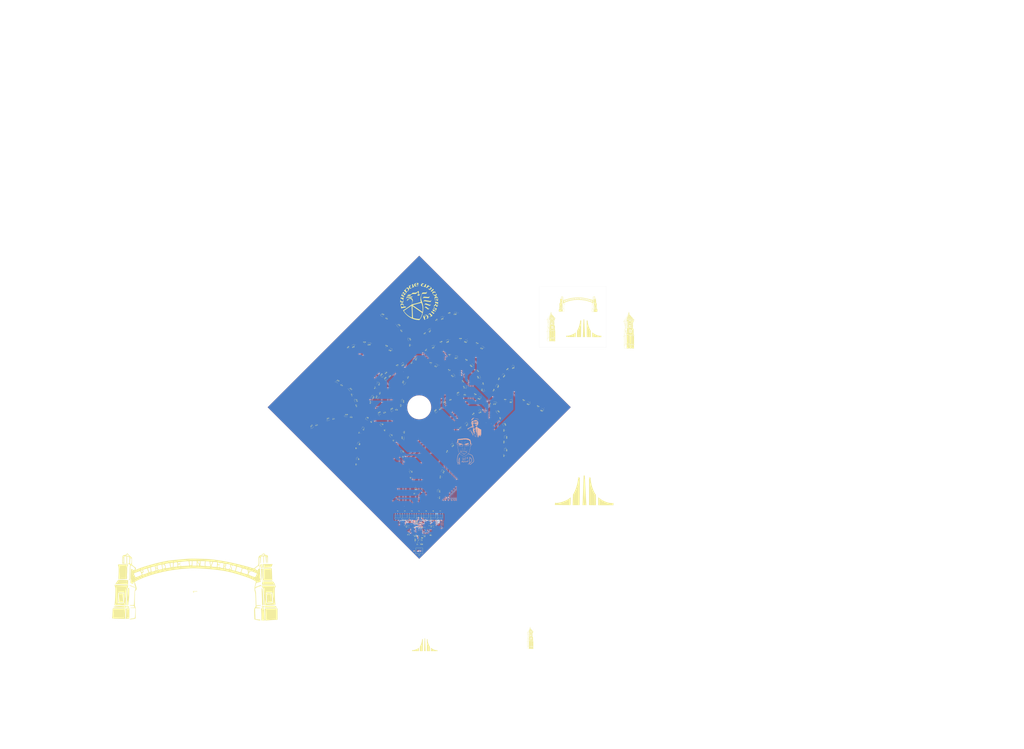
<source format=kicad_pcb>
(kicad_pcb (version 20241229) (generator "pcbnew") (generator_version "9.0")
  (layers (0 "F.Cu" signal) (2 "B.Cu" signal) (13 "F.Paste" user) (15 "B.Paste" user) (5 "F.SilkS" user "F.Silkscreen") (7 "B.SilkS" user "B.Silkscreen") (1 "F.Mask" user) (3 "B.Mask" user) (25 "Edge.Cuts" user))
  (net 0 "")
  (net 1 "GND")
  (net 2 "Net-(D7-A)")
  (net 3 "Net-(D8-A)")
  (net 4 "Net-(D9-A)")
  (net 5 "Net-(D10-A)")
  (net 6 "Net-(D11-A)")
  (net 7 "Net-(D12-A)")
  (net 8 "Net-(D13-A)")
  (net 9 "Net-(D14-A)")
  (net 10 "Net-(D18-A)")
  (net 11 "Net-(D15-A)")
  (net 12 "Net-(D16-A)")
  (net 13 "Net-(D17-A)")
  (net 14 "Net-(D20-A)")
  (net 15 "Net-(D21-A)")
  (net 16 "Net-(D22-A)")
  (net 17 "Net-(D24-A)")
  (net 18 "Net-(D25-A)")
  (net 19 "Net-(D26-A)")
  (net 20 "Net-(D27-A)")
  (net 21 "Net-(D28-A)")
  (net 22 "Net-(D29-A)")
  (net 23 "Net-(D30-A)")
  (net 24 "Net-(D31-A)")
  (net 25 "Net-(D32-A)")
  (net 26 "Net-(D33-A)")
  (net 27 "Net-(D34-A)")
  (net 28 "Net-(D35-A)")
  (net 29 "Net-(D36-A)")
  (net 30 "Net-(D37-A)")
  (net 31 "Net-(D38-A)")
  (net 32 "Net-(D39-A)")
  (net 33 "Net-(D40-A)")
  (net 34 "Net-(D41-A)")
  (net 35 "Net-(D42-A)")
  (net 36 "Net-(D43-A)")
  (net 37 "Net-(D44-A)")
  (net 38 "Net-(D45-A)")
  (net 39 "Net-(D46-A)")
  (net 40 "Net-(D47-A)")
  (net 41 "Net-(D48-A)")
  (net 42 "Net-(D49-A)")
  (net 43 "Net-(D50-A)")
  (net 44 "Net-(D1-A)")
  (net 45 "Net-(D2-A)")
  (net 46 "Net-(D3-A)")
  (net 47 "Net-(D4-A)")
  (net 48 "Net-(D5-A)")
  (net 49 "Net-(D6-A)")
  (net 50 "Net-(D23-A)")
  (net 51 "Net-(D19-A)")
  (net 52 "Net-(D51-A)")
  (net 53 "Net-(D52-A)")
  (net 54 "Net-(D53-A)")
  (net 55 "Net-(D54-A)")
  (net 56 "Net-(D55-A)")
  (net 57 "Net-(D56-A)")
  (net 58 "Net-(D57-A)")
  (net 59 "Net-(D58-A)")
  (net 60 "Net-(D59-A)")
  (net 61 "Net-(D60-A)")
  (net 62 "Net-(D61-A)")
  (net 63 "Net-(D62-A)")
  (net 64 "Net-(D63-A)")
  (net 65 "Net-(D64-A)")
  (net 66 "Net-(D65-A)")
  (net 67 "Net-(D66-A)")
  (net 68 "Net-(D67-A)")
  (net 69 "557-PULSE")
  (net 70 "Net-(U1-CS)")
  (net 71 "+3.3V")
  (net 72 "/leds+mosfets/1or2")
  (net 73 "/leds+mosfets/2or3")
  (net 74 "/leds+mosfets/6or7")
  (net 75 "Net-(U1-T{slash}T)")
  (net 76 "/ff-reset1")
  (net 77 "/ff-reset2")
  (net 78 "/u4-pu-r2-1")
  (net 79 "/pd-mux-g0")
  (net 80 "/pd-mux-g1")
  (net 81 "/pd-mux-g2")
  (net 82 "/u4-pu-r2-2")
  (net 83 "/leds+mosfets/1c")
  (net 84 "/leds+mosfets/2c")
  (net 85 "/leds+mosfets/10c")
  (net 86 "/leds+mosfets/9c")
  (net 87 "/leds+mosfets/4c")
  (net 88 "/leds+mosfets/3c")
  (net 89 "/leds+mosfets/12c")
  (net 90 "/leds+mosfets/11c")
  (net 91 "/leds+mosfets/6c")
  (net 92 "/leds+mosfets/14c")
  (net 93 "/leds+mosfets/13c")
  (net 94 "Net-(U6-*Q1)")
  (net 95 "Net-(U2-*Q1)")
  (net 96 "f1or2")
  (net 97 "f2or3")
  (net 98 "f4or5")
  (net 99 "f5or6")
  (net 100 "f6or7")
  (net 101 "f1or8")
  (net 102 "CLOCK1")
  (net 103 "CLOCK3")
  (net 104 "CLOCK2")
  (net 105 "7")
  (net 106 "3")
  (net 107 "2")
  (net 108 "4")
  (net 109 "5")
  (net 110 "1")
  (net 111 "0")
  (net 112 "6")
  (net 113 "f7or8")
  (net 114 "/u3-pd-3b")
  (net 115 "/u3-pd-3a")
  (net 116 "/u3-pd-3y")
  (net 117 "/2c")
  (net 118 "/1c")
  (net 119 "/3c")
  (net 120 "/4c")
  (net 121 "/6c")
  (net 122 "/10c")
  (net 123 "/9c")
  (net 124 "/12c")
  (net 125 "/11c")
  (net 126 "/13c")
  (net 127 "/14c")
  (net 128 "f3or4")
  (net 129 "/2or3")
  (net 130 "/6or7")
  (net 131 "/1or2")
  (footprint "LED_SMD:LED_0805_2012Metric_Pad1.15x1.40mm_HandSolder" (layer "F.Cu") (at 186 263 -112.5)
    (property "Reference" "D8")
    (property "Value" "~")
  )
  (footprint "LED_SMD:LED_0805_2012Metric_Pad1.15x1.40mm_HandSolder" (layer "F.Cu") (at 306 148 157.5)
    (property "Reference" "D39")
    (property "Value" "~")
  )
  (footprint "Resistor_SMD:R_0603_1608Metric_Pad0.98x0.95mm_HandSolder" (layer "F.Cu") (at 167.92388 196.382684 157.5)
    (property "Reference" "R15")
    (property "Value" "R_Small_US")
  )
  (footprint "Resistor_SMD:R_0603_1608Metric_Pad0.98x0.95mm_HandSolder" (layer "F.Cu") (at 256.616918 373.649549 180)
    (property "Reference" "R68")
    (property "Value" "1M")
  )
  (footprint "Resistor_SMD:R_0603_1608Metric_Pad0.98x0.95mm_HandSolder" (layer "F.Cu") (at 235 136 135)
    (property "Reference" "R32")
    (property "Value" "R_Small_US")
  )
  (footprint "Resistor_SMD:R_0603_1608Metric_Pad0.98x0.95mm_HandSolder" (layer "F.Cu") (at 206 201 67.5)
    (property "Reference" "R17")
    (property "Value" "R_Small_US")
  )
  (footprint "LED_SMD:LED_0805_2012Metric_Pad1.15x1.40mm_HandSolder" (layer "F.Cu") (at 356.2125 215 180)
    (property "Reference" "D61")
    (property "Value" "~")
  )
  (footprint "LED_SMD:LED_0805_2012Metric_Pad1.15x1.40mm_HandSolder" (layer "F.Cu") (at 350 270 -90)
    (property "Reference" "D67")
    (property "Value" "~")
  )
  (footprint "Resistor_SMD:R_0603_1608Metric_Pad0.98x0.95mm_HandSolder" (layer "F.Cu") (at 350 275.999999 90)
    (property "Reference" "R67")
    (property "Value" "R_Small_US")
  )
  (footprint "Resistor_SMD:R_0603_1608Metric_Pad0.98x0.95mm_HandSolder" (layer "F.Cu") (at 236 250 -90)
    (property "Reference" "R21")
    (property "Value" "R_Small_US")
  )
  (footprint "LOGO" (layer "F.Cu") (at 488.019216 135.677119)
    (property "Reference" "G***" (hide yes))
    (property "Value" "LOGO" (hide yes))
  )
  (footprint "LED_SMD:LED_0805_2012Metric_Pad1.15x1.40mm_HandSolder" (layer "F.Cu") (at 221.946977 157.392251 157.5)
    (property "Reference" "D28")
    (property "Value" "~")
  )
  (footprint "GRAD-CAP:PHPT610035PKX_TRANS-2PNP-100V-3A" (layer "F.Cu") (at 277.5 343)
    (property "Reference" "T7")
    (property "Value" "PHPT610035PKX")
  )
  (footprint "LED_SMD:LED_0805_2012Metric_Pad1.15x1.40mm_HandSolder" (layer "F.Cu") (at 185.000002 280.212498 -90)
    (property "Reference" "D9")
    (property "Value" "~")
  )
  (footprint "Resistor_SMD:R_0603_1608Metric_Pad0.98x0.95mm_HandSolder" (layer "F.Cu") (at 286.382684 272.07612 67.5)
    (property "Reference" "R46")
    (property "Value" "R_Small_US")
  )
  (footprint "LED_SMD:LED_0805_2012Metric_Pad1.15x1.40mm_HandSolder" (layer "F.Cu") (at 324.2125 155 157.5)
    (property "Reference" "D40")
    (property "Value" "~")
  )
  (footprint "Resistor_SMD:R_0603_1608Metric_Pad0.98x0.95mm_HandSolder" (layer "F.Cu") (at 226.382684 258.92388 112.5)
    (property "Reference" "R4")
    (property "Value" "R_Small_US")
  )
  (footprint "LED_SMD:LED_0805_2012Metric_Pad1.15x1.40mm_HandSolder" (layer "F.Cu") (at 292 186 135)
    (property "Reference" "D42")
    (property "Value" "~")
  )
  (footprint "Resistor_SMD:R_0603_1608Metric_Pad0.98x0.95mm_HandSolder" (layer "F.Cu") (at 288.34304 212.650801 -157.5)
    (property "Reference" "R52")
    (property "Value" "R_Small_US")
  )
  (footprint "Resistor_SMD:R_0603_1608Metric_Pad0.98x0.95mm_HandSolder" (layer "F.Cu") (at 350 215)
    (property "Reference" "R61")
    (property "Value" "R_Small_US")
  )
  (footprint "LED_SMD:LED_0805_2012Metric_Pad1.15x1.40mm_HandSolder" (layer "F.Cu") (at 338 217 180)
    (property "Reference" "D49")
    (property "Value" "~")
  )
  (footprint "Resistor_SMD:R_0603_1608Metric_Pad0.98x0.95mm_HandSolder" (layer "F.Cu") (at 318.492894 182.692894 -45)
    (property "Reference" "R55")
    (property "Value" "R_Small_US")
  )
  (footprint "LED_SMD:LED_0805_2012Metric_Pad1.15x1.40mm_HandSolder" (layer "F.Cu") (at 212 242.275216 -45)
    (property "Reference" "D5")
    (property "Value" "~")
  )
  (footprint "LED_SMD:LED_0805_2012Metric_Pad1.15x1.40mm_HandSolder" (layer "F.Cu") (at 275 315.974999 -90)
    (property "Reference" "D44")
    (property "Value" "~")
  )
  (footprint "Resistor_SMD:R_0603_1608Metric_Pad0.98x0.95mm_HandSolder" (layer "F.Cu") (at 250.952 370.332 90)
    (property "Reference" "R69")
    (property "Value" "270k")
  )
  (footprint "GRAD-CAP:PHPT610035PKX_TRANS-2PNP-100V-3A" (layer "F.Cu") (at 237.916667 343)
    (property "Reference" "T2")
    (property "Value" "PHPT610035PKX")
  )
  (footprint "GRAD-CAP:SN74AHCT32DBR_2-INPUT-QUAD-OR" (layer "F.Cu") (at 240 351.25 180)
    (property "Reference" "U5")
    (property "Value" "SN74AHCT32DBR")
  )
  (footprint "Resistor_SMD:R_0603_1608Metric_Pad0.98x0.95mm_HandSolder" (layer "F.Cu") (at 250 318.5 90)
    (property "Reference" "R1")
    (property "Value" "R_Small_US")
  )
  (footprint "LED_SMD:LED_0805_2012Metric_Pad1.15x1.40mm_HandSolder" (layer "F.Cu") (at 325.6 202.774999 90)
    (property "Reference" "D54")
    (property "Value" "~")
  )
  (footprint "LED_SMD:LED_0805_2012Metric_Pad1.15x1.40mm_HandSolder" (layer "F.Cu") (at 283.25 217.25 45)
    (property "Reference" "D52")
    (property "Value" "~")
  )
  (footprint "Resistor_SMD:R_0603_1608Metric_Pad0.98x0.95mm_HandSolder" (layer "F.Cu") (at 261.292893 140.707107 45)
    (property "Reference" "R34")
    (property "Value" "R_Small_US")
  )
  (footprint "LED_SMD:LED_0805_2012Metric_Pad1.15x1.40mm_HandSolder" (layer "F.Cu") (at 235 174 -157.5)
    (property "Reference" "D25")
    (property "Value" "~")
  )
  (footprint "LED_SMD:LED_0805_2012Metric_Pad1.15x1.40mm_HandSolder" (layer "F.Cu") (at 201.392251 211.053023 -112.5)
    (property "Reference" "D16")
    (property "Value" "~")
  )
  (footprint "Resistor_SMD:R_0603_1608Metric_Pad0.98x0.95mm_HandSolder" (layer "F.Cu") (at 287 182 -22.5)
    (property "Reference" "R42")
    (property "Value" "R_Small_US")
  )
  (footprint "GRAD-CAP:PHPT610035PKX_TRANS-2PNP-100V-3A" (layer "F.Cu") (at 230 343)
    (property "Reference" "T1")
    (property "Value" "PHPT610035PKX")
  )
  (footprint "LED_SMD:LED_0805_2012Metric_Pad1.15x1.40mm_HandSolder" (layer "F.Cu") (at 212.999999 119.999999 -22.5)
    (property "Reference" "D33")
    (property "Value" "~")
  )
  (footprint "LED_SMD:LED_0805_2012Metric_Pad1.15x1.40mm_HandSolder" (layer "F.Cu") (at 208 211 67.5)
    (property "Reference" "D27")
    (property "Value" "~")
  )
  (footprint "LED_SMD:LED_0805_2012Metric_Pad1.15x1.40mm_HandSolder" (layer "F.Cu") (at 213 187 45)
    (property "Reference" "D18")
    (property "Value" "~")
  )
  (footprint "LED_SMD:LED_0805_2012Metric_Pad1.15x1.40mm_HandSolder" (layer "F.Cu") (at 348.607749 242.053023 -67.5)
    (property "Reference" "D65")
    (property "Value" "~")
  )
  (footprint "LED_SMD:LED_0805_2012Metric_Pad1.15x1.40mm_HandSolder" (layer "F.Cu") (at 234.698638 272.272442 -67.5)
    (property "Reference" "D3")
    (property "Value" "~")
  )
  (footprint "Resistor_SMD:R_0603_1608Metric_Pad0.98x0.95mm_HandSolder" (layer "F.Cu") (at 305.000001 207 180)
    (property "Reference" "R51")
    (property "Value" "R_Small_US")
  )
  (footprint "GRAD-CAP:PHPT610035PKX_TRANS-2PNP-100V-3A" (layer "F.Cu") (at 253.75 343)
    (property "Reference" "T4")
    (property "Value" "PHPT610035PKX")
  )
  (footprint "Resistor_SMD:R_0603_1608Metric_Pad0.98x0.95mm_HandSolder" (layer "F.Cu") (at 200.923879 237.382683 157.5)
    (property "Reference" "R6")
    (property "Value" "R_Small_US")
  )
  (footprint "Resistor_SMD:R_0603_1608Metric_Pad0.98x0.95mm_HandSolder" (layer "F.Cu") (at 316 208.999999 -22.5)
    (property "Reference" "R50")
    (property "Value" "R_Small_US")
  )
  (footprint "LED_SMD:LED_0805_2012Metric_Pad1.15x1.40mm_HandSolder" (layer "F.Cu") (at 293.974999 117 180)
    (property "Reference" "D36")
    (property "Value" "~")
  )
  (footprint "Resistor_SMD:R_0603_1608Metric_Pad0.98x0.95mm_HandSolder" (layer "F.Cu") (at 185 220 112.5)
    (property "Reference" "R13")
    (property "Value" "R_Small_US")
  )
  (footprint "LED_SMD:LED_0805_2012Metric_Pad1.15x1.40mm_HandSolder" (layer "F.Cu") (at 237.892251 194.803023 67.5)
    (property "Reference" "D23")
    (property "Value" "~")
  )
  (footprint "Resistor_SMD:R_0603_1608Metric_Pad0.98x0.95mm_HandSolder" (layer "F.Cu") (at 274.292893 125.707107 45)
    (property "Reference" "R35")
    (property "Value" "R_Small_US")
  )
  (footprint "LED_SMD:LED_0805_2012Metric_Pad1.15x1.40mm_HandSolder" (layer "F.Cu") (at 153 236 22.5)
    (property "Reference" "D11")
    (property "Value" "~")
  )
  (footprint "Resistor_SMD:R_0603_1608Metric_Pad0.98x0.95mm_HandSolder" (layer "F.Cu") (at 245.471548 300.37899 112.5)
    (property "Reference" "R2")
    (property "Value" "R_Small_US")
  )
  (footprint "LED_SMD:LED_0805_2012Metric_Pad1.15x1.40mm_HandSolder" (layer "F.Cu") (at 350 255.974999 -90)
    (property "Reference" "D66")
    (property "Value" "~")
  )
  (footprint "Resistor_SMD:R_0603_1608Metric_Pad0.98x0.95mm_HandSolder" (layer "F.Cu") (at 237 277 112.5)
    (property "Reference" "R3")
    (property "Value" "R_Small_US")
  )
  (footprint "GRAD-CAP:MIC1557" (layer "F.Cu") (at 254.3556 370.2812 90)
    (property "Reference" "U1")
    (property "Value" "MIC1557YM5-TR")
  )
  (footprint "LED_SMD:LED_0805_2012Metric_Pad1.15x1.40mm_HandSolder" (layer "F.Cu") (at 179.946977 153.607749 -157.5)
    (property "Reference" "D30")
    (property "Value" "~")
  )
  (footprint "Resistor_SMD:R_0603_1608Metric_Pad0.98x0.95mm_HandSolder" (layer "F.Cu") (at 175.707106 156.292893 45)
    (property "Reference" "R30")
    (property "Value" "R_Small_US")
  )
  (footprint "Resistor_SMD:R_0603_1608Metric_Pad0.98x0.95mm_HandSolder" (layer "F.Cu") (at 185 286 90)
    (property "Reference" "R9")
    (property "Value" "R_Small_US")
  )
  (footprint "Resistor_SMD:R_0603_1608Metric_Pad0.98x0.95mm_HandSolder" (layer "F.Cu") (at 218.07612 122.000001 157.5)
    (property "Reference" "R33")
    (property "Value" "R_Small_US")
  )
  (footprint "Resistor_SMD:R_0603_1608Metric_Pad0.98x0.95mm_HandSolder" (layer "F.Cu") (at 353.492893 180.707107 45)
    (property "Reference" "R60")
    (property "Value" "R_Small_US")
  )
  (footprint "GRAD-CAP:PHPT610035PKX_TRANS-2PNP-100V-3A" (layer "F.Cu") (at 261.666667 343)
    (property "Reference" "T5")
    (property "Value" "PHPT610035PKX")
  )
  (footprint "Resistor_SMD:R_0603_1608Metric_Pad0.98x0.95mm_HandSolder" (layer "F.Cu") (at 288 164.999999)
    (property "Reference" "R57")
    (property "Value" "R_Small_US")
  )
  (footprint "LED_SMD:LED_0805_2012Metric_Pad1.15x1.40mm_HandSolder" (layer "F.Cu") (at 222.443153 254.44315 -45)
    (property "Reference" "D4")
    (property "Value" "~")
  )
  (footprint "LOGO" (layer "F.Cu") (at 437.255101 132.661959)
    (property "Reference" "G***" (hide yes))
    (property "Value" "LOGO" (hide yes))
  )
  (footprint "Resistor_SMD:R_0603_1608Metric_Pad0.98x0.95mm_HandSolder" (layer "F.Cu") (at 350 248.000001 90)
    (property "Reference" "R65")
    (property "Value" "R_Small_US")
  )
  (footprint "Resistor_SMD:R_0603_1608Metric_Pad0.98x0.95mm_HandSolder" (layer "F.Cu") (at 256.921 366.649 180)
    (property "Reference" "R82")
    (property "Value" "10K")
  )
  (footprint "LED_SMD:LED_0805_2012Metric_Pad1.15x1.40mm_HandSolder" (layer "F.Cu") (at 290.275215 264.053023 -135)
    (property "Reference" "D46")
    (property "Value" "~")
  )
  (footprint "GRAD-CAP:SN74AHCT32DBR_2-INPUT-QUAD-OR" (layer "F.Cu") (at 267.5 351.25 180)
    (property "Reference" "U4")
    (property "Value" "SN74AHCT32DBR")
  )
  (footprint "Resistor_SMD:R_0603_1608Metric_Pad0.98x0.95mm_HandSolder" (layer "F.Cu") (at 216 183 -135)
    (property "Reference" "R18")
    (property "Value" "R_Small_US")
  )
  (footprint "Resistor_SMD:R_0603_1608Metric_Pad0.98x0.95mm_HandSolder" (layer "F.Cu") (at 262.707107 159.292893 45)
    (property "Reference" "R37")
    (property "Value" "R_Small_US")
  )
  (footprint "LED_SMD:LED_0805_2012Metric_Pad1.15x1.40mm_HandSolder" (layer "F.Cu") (at 305.607749 199.053023 112.5)
    (property "Reference" "D43")
    (property "Value" "~")
  )
  (footprint "LED_SMD:LED_0805_2012Metric_Pad1.15x1.40mm_HandSolder" (layer "F.Cu") (at 224.053023 225.392251 22.5)
    (property "Reference" "D20")
    (property "Value" "~")
  )
  (footprint "LED_SMD:LED_0805_2012Metric_Pad1.15x1.40mm_HandSolder" (layer "F.Cu") (at 306.275215 240.724785 -135)
    (property "Reference" "D47")
    (property "Value" "~")
  )
  (footprint "Resistor_SMD:R_0603_1608Metric_Pad0.98x0.95mm_HandSolder" (layer "F.Cu") (at 253.537896 365.848658 90)
    (property "Reference" "R70")
    (property "Value" "10K")
  )
  (footprint "Resistor_SMD:R_0603_1608Metric_Pad0.98x0.95mm_HandSolder" (layer "F.Cu") (at 217 155 -22.5)
    (property "Reference" "R28")
    (property "Value" "R_Small_US")
  )
  (footprint "LED_SMD:LED_0805_2012Metric_Pad1.15x1.40mm_HandSolder" (layer "F.Cu") (at 235 215.75 -90)
    (property "Reference" "D22")
    (property "Value" "~")
  )
  (footprint "Resistor_SMD:R_0603_1608Metric_Pad0.98x0.95mm_HandSolder" (layer "F.Cu") (at 139 241 -157.5)
    (property "Reference" "R12")
    (property "Value" "R_Small_US")
  )
  (footprint "GRAD-CAP:1X02JST" (layer "F.Cu") (at 252.75 382.5)
    (property "Reference" "J1")
    (property "Value" "B02B-XASK-1LFSN")
  )
  (footprint "GRAD-CAP:MC74HC73ADR2G_JK-FLIPFLOP" (layer "F.Cu") (at 259 360.5)
    (property "Reference" "U6")
    (property "Value" "MC74HC73ADR2G")
  )
  (footprint "LED_SMD:LED_0805_2012Metric_Pad1.15x1.40mm_HandSolder" (layer "F.Cu") (at 358.253023 176.992251 -157.5)
    (property "Reference" "D60")
    (property "Value" "~")
  )
  (footprint "LED_SMD:LED_0805_2012Metric_Pad1.15x1.40mm_HandSolder" (layer "F.Cu") (at 273.25 226.75 45)
    (property "Reference" "D53")
    (property "Value" "~")
  )
  (footprint "GRAD-CAP:MC74HC73ADR2G_JK-FLIPFLOP" (layer "F.Cu") (at 249 360.5 180)
    (property "Reference" "U2")
    (property "Value" "MC74HC73ADR2G")
  )
  (footprint "Resistor_SMD:R_0603_1608Metric_Pad0.98x0.95mm_HandSolder" (layer "F.Cu") (at 247 173 67.5)
    (property "Reference" "R24")
    (property "Value" "R_Small_US")
  )
  (footprint "LOGO" (layer "F.Cu") (at 401.2 131.8)
    (property "Reference" "G***" (hide yes))
    (property "Value" "LOGO" (hide yes))
  )
  (footprint "LOGO" (layer "F.Cu") (at 4.030651 428.038705)
    (property "Reference" "G***")
    (property "Value" "LOGO" (hide yes))
  )
  (footprint "GRAD-CAP:PHPT610035PKX_TRANS-2PNP-100V-3A" (layer "F.Cu") (at 269.583333 343)
    (property "Reference" "T6")
    (property "Value" "PHPT610035PKX")
  )
  (footprint "LED_SMD:LED_0805_2012Metric_Pad1.15x1.40mm_HandSolder" (layer "F.Cu") (at 173 232)
    (property "Reference" "D10")
    (property "Value" "~")
  )
  (footprint "GRAD-CAP:SN74HCS238DYYR-3-8-MUX" (layer "F.Cu") (at 254 350.543049 90)
    (property "Reference" "U3")
    (property "Value" "SN74HCS238DYYR")
  )
  (footprint "Resistor_SMD:R_0603_1608Metric_Pad0.98x0.95mm_HandSolder" (layer "F.Cu") (at 201 217.000001 90)
    (property "Reference" "R16")
    (property "Value" "R_Small_US")
  )
  (footprint "Resistor_SMD:R_0603_1608Metric_Pad0.98x0.95mm_HandSolder" (layer "F.Cu") (at 242.0385 362.839)
    (property "Reference" "R71")
    (property "Value" "10K")
  )
  (footprint "Resistor_SMD:R_0603_1608Metric_Pad0.98x0.95mm_HandSolder" (layer "F.Cu") (at 315.292893 230.707107 45)
    (property "Reference" "R48")
    (property "Value" "R_Small_US")
  )
  (footprint "Resistor_SMD:R_0603_1608Metric_Pad0.98x0.95mm_HandSolder" (layer "F.Cu") (at 193 151)
    (property "Reference" "R29")
    (property "Value" "R_Small_US")
  )
  (footprint "Resistor_SMD:R_0603_1608Metric_Pad0.98x0.95mm_HandSolder" (layer "F.Cu") (at 345.617316 234.07612 112.5)
    (property "Reference" "R64")
    (property "Value" "R_Small_US")
  )
  (footprint "Resistor_SMD:R_0603_1608Metric_Pad0.98x0.95mm_HandSolder" (layer "F.Cu") (at 245 153 90)
    (property "Reference" "R31")
    (property "Value" "R_Small_US")
  )
  (footprint "LED_SMD:LED_0805_2012Metric_Pad1.15x1.40mm_HandSolder" (layer "F.Cu") (at 312.875215 174.875215 135)
    (property "Reference" "D56")
    (property "Value" "~")
  )
  (footprint "Resistor_SMD:R_0603_1608Metric_Pad0.98x0.95mm_HandSolder" (layer "F.Cu") (at 333 220 22.5)
    (property "Reference" "R49")
    (property "Value" "R_Small_US")
  )
  (footprint "Resistor_SMD:R_0603_1608Metric_Pad0.98x0.95mm_HandSolder" (layer "F.Cu") (at 240.25 188.5 -112.5)
    (property "Reference" "R23")
    (property "Value" "R_Small_US")
  )
  (footprint "LED_SMD:LED_0805_2012Metric_Pad1.15x1.40mm_HandSolder" (layer "F.Cu") (at 236.5 256 90)
    (property "Reference" "D21")
    (property "Value" "~")
  )
  (footprint "Resistor_SMD:R_0603_1608Metric_Pad0.98x0.95mm_HandSolder" (layer "F.Cu") (at 278.92388 150.617316 22.5)
    (property "Reference" "R38")
    (property "Value" "R_Small_US")
  )
  (footprint "Resistor_SMD:R_0603_1608Metric_Pad0.98x0.95mm_HandSolder" (layer "F.Cu") (at 306.076121 170.617316 -22.5)
    (property "Reference" "R56")
    (property "Value" "R_Small_US")
  )
  (footprint "Resistor_SMD:R_0603_1608Metric_Pad0.98x0.95mm_HandSolder" (layer "F.Cu") (at 220.292893 186.707107 -135)
    (property "Reference" "R26")
    (property "Value" "R_Small_US")
  )
  (footprint "LED_SMD:LED_0805_2012Metric_Pad1.15x1.40mm_HandSolder" (layer "F.Cu") (at 191 246 -135)
    (property "Reference" "D7")
    (property "Value" "~")
  )
  (footprint "LOGO" (layer "F.Cu") (at 431.269603 108.449096)
    (property "Reference" "G***" (hide yes))
    (property "Value" "LOGO" (hide yes))
  )
  (footprint "LED_SMD:LED_0805_2012Metric_Pad1.15x1.40mm_HandSolder" (layer "F.Cu") (at 198.025001 151 180)
    (property "Reference" "D29")
    (property "Value" "~")
  )
  (footprint "LED_SMD:LED_0805_2012Metric_Pad1.15x1.40mm_HandSolder" (layer "F.Cu") (at 340.6 198.6 -112.5)
    (property "Reference" "D58")
    (property "Value" "~")
  )
  (footprint "LED_SMD:LED_0805_2012Metric_Pad1.15x1.40mm_HandSolder" (layer "F.Cu") (at 294.974999 166 180)
    (property "Reference" "D57")
    (property "Value" "~")
  )
  (footprint "LED_SMD:LED_0805_2012Metric_Pad1.15x1.40mm_HandSolder" (layer "F.Cu") (at 177 203 -45)
    (property "Reference" "D14")
    (property "Value" "~")
  )
  (footprint "LED_SMD:LED_0805_2012Metric_Pad1.15x1.40mm_HandSolder" (layer "F.Cu") (at 210.053023 229.392251 22.5)
    (property "Reference" "D19")
    (property "Value" "~")
  )
  (footprint "LED_SMD:LED_0805_2012Metric_Pad1.15x1.40mm_HandSolder" (layer "F.Cu") (at 279.053023 122.275215 -157.5)
    (property "Reference" "D35")
    (property "Value" "~")
  )
  (footprint "LED_SMD:LED_0805_2012Metric_Pad1.15x1.40mm_HandSolder" (layer "F.Cu") (at 375.946977 217.392251 157.5)
    (property "Reference" "D62")
    (property "Value" "~")
  )
  (footprint "Resistor_SMD:R_0603_1608Metric_Pad0.98x0.95mm_HandSolder" (layer "F.Cu") (at 318 152 -22.5)
    (property "Reference" "R40")
    (property "Value" "R_Small_US")
  )
  (footprint "LED_SMD:LED_0805_2012Metric_Pad1.15x1.40mm_HandSolder" (layer "F.Cu") (at 341.607749 228.053023 -45)
    (property "Reference" "D64")
    (property "Value" "~")
  )
  (footprint "Resistor_SMD:R_0603_1608Metric_Pad0.98x0.95mm_HandSolder" (layer "F.Cu") (at 235 220.25 90)
    (property "Reference" "R22")
    (property "Value" "R_Small_US")
  )
  (footprint "LED_SMD:LED_0805_2012Metric_Pad1.15x1.40mm_HandSolder" (layer "F.Cu") (at 196.057213 235.366844 -22.5)
    (property "Reference" "D6")
    (property "Value" "~")
  )
  (footprint "LED_SMD:LED_0805_2012Metric_Pad1.15x1.40mm_HandSolder" (layer "F.Cu") (at 321.053023 226.392251 -157.5)
    (property "Reference" "D48")
    (property "Value" "~")
  )
  (footprint "GRAD-CAP:PHPT610035PKX_TRANS-2PNP-100V-3A" (layer "F.Cu") (at 245.833333 343)
    (property "Reference" "T3")
    (property "Value" "PHPT610035PKX")
  )
  (footprint "LOGO" (layer "F.Cu") (at 377.870743 479.145545)
    (property "Reference" "G***" (hide yes))
    (property "Value" "LOGO" (hide yes))
  )
  (footprint "LED_SMD:LED_0805_2012Metric_Pad1.15x1.40mm_HandSolder" (layer "F.Cu") (at 273 175 157.5)
    (property "Reference" "D41")
    (property "Value" "~")
  )
  (footprint "Resistor_SMD:R_0603_1608Metric_Pad0.98x0.95mm_HandSolder" (layer "F.Cu") (at 214.840523 227 -157.5)
    (property "Reference" "R19")
    (property "Value" "R_Small_US")
  )
  (footprint "LED_SMD:LED_0805_2012Metric_Pad1.15x1.40mm_HandSolder" (layer "F.Cu") (at 230.724785 131.724785 -45)
    (property "Reference" "D32")
    (property "Value" "~")
  )
  (footprint "Resistor_SMD:R_0603_1608Metric_Pad0.98x0.95mm_HandSolder" (layer "F.Cu") (at 288.076121 118.382684 22.5)
    (property "Reference" "R36")
    (property "Value" "R_Small_US")
  )
  (footprint "Resistor_SMD:R_0603_1608Metric_Pad0.98x0.95mm_HandSolder" (layer "F.Cu") (at 350 260.999999 90)
    (property "Reference" "R66")
    (property "Value" "R_Small_US")
  )
  (footprint "Resistor_SMD:R_0603_1608Metric_Pad0.98x0.95mm_HandSolder" (layer "F.Cu") (at 216.292893 247 135)
    (property "Reference" "R5")
    (property "Value" "R_Small_US")
  )
  (footprint "LED_SMD:LED_0805_2012Metric_Pad1.15x1.40mm_HandSolder" (layer "F.Cu") (at 264.724785 136.275215 -135)
    (property "Reference" "D34")
    (property "Value" "~")
  )
  (footprint "Resistor_SMD:R_0603_1608Metric_Pad0.98x0.95mm_HandSolder" (layer "F.Cu") (at 228.6625 223.75 180)
    (property "Reference" "R20")
    (property "Value" "R_Small_US")
  )
  (footprint "LED_SMD:LED_0805_2012Metric_Pad1.15x1.40mm_HandSolder" (layer "F.Cu") (at 285 148 -157.5)
    (property "Reference" "D38")
    (property "Value" "~")
  )
  (footprint "Resistor_SMD:R_0603_1608Metric_Pad0.98x0.95mm_HandSolder" (layer "F.Cu") (at 338.417316 203.72388 67.5)
    (property "Reference" "R58")
    (property "Value" "R_Small_US")
  )
  (footprint "Resistor_SMD:R_0603_1608Metric_Pad0.98x0.95mm_HandSolder" (layer "F.Cu") (at 209.0125 206 -112.5)
    (property "Reference" "R27")
    (property "Value" "R_Small_US")
  )
  (footprint "Resistor_SMD:R_0603_1608Metric_Pad0.98x0.95mm_HandSolder" (layer "F.Cu") (at 344.217316 191.12388 67.5)
    (property "Reference" "R59")
    (property "Value" "R_Small_US")
  )
  (footprint "LOGO" (layer "F.Cu") (at 437.425167 312.655052)
    (property "Reference" "G***" (hide yes))
    (property "Value" "LOGO" (hide yes))
  )
  (footprint "LED_SMD:LED_0805_2012Metric_Pad1.15x1.40mm_HandSolder" (layer "F.Cu") (at 242.607749 147.053023 -67.5)
    (property "Reference" "D31")
    (property "Value" "~")
  )
  (footprint "LED_SMD:LED_0805_2012Metric_Pad1.15x1.40mm_HandSolder" (layer "F.Cu") (at 391.053023 224.607749 157.5)
    (property "Reference" "D63")
    (property "Value" "~")
  )
  (footprint "LED_SMD:LED_0805_2012Metric_Pad1.15x1.40mm_HandSolder" (layer "F.Cu") (at 298.053023 207.392251 22.5)
    (property "Reference" "D51")
    (property "Value" "~")
  )
  (footprint "LED_SMD:LED_0805_2012Metric_Pad1.15x1.40mm_HandSolder" (layer "F.Cu") (at 244.301364 294.727555 -67.5)
    (property "Reference" "D2")
    (property "Value" "~")
  )
  (footprint "LED_SMD:LED_0805_2012Metric_Pad1.15x1.40mm_HandSolder" (layer "F.Cu") (at 279.6 293.8 -112.5)
    (property "Reference" "D45")
    (property "Value" "~")
  )
  (footprint "Resistor_SMD:R_0603_1608Metric_Pad0.98x0.95mm_HandSolder" (layer "F.Cu") (at 301 246 45)
    (property "Reference" "R47")
    (property "Value" "R_Small_US")
  )
  (footprint "Resistor_SMD:R_0603_1608Metric_Pad0.98x0.95mm_HandSolder" (layer "F.Cu") (at 267 173.999999)
    (property "Reference" "R41")
    (property "Value" "R_Small_US")
  )
  (footprint "LED_SMD:LED_0805_2012Metric_Pad1.15x1.40mm_HandSolder" (layer "F.Cu") (at 321.007749 188.053023 112.5)
    (property "Reference" "D55")
    (property "Value" "~")
  )
  (footprint "LED_SMD:LED_0805_2012Metric_Pad1.15x1.40mm_HandSolder" (layer "F.Cu") (at 321.2125 211.392251 157.5)
    (property "Reference" "D50")
    (property "Value" "~")
  )
  (footprint "LED_SMD:LED_0805_2012Metric_Pad1.15x1.40mm_HandSolder" (layer "F.Cu") (at 249 168 -112.5)
    (property "Reference" "D24")
    (property "Value" "~")
  )
  (footprint "Resistor_SMD:R_0603_1608Metric_Pad0.98x0.95mm_HandSolder" (layer "F.Cu") (at 185 268 90)
    (property "Reference" "R8")
    (property "Value" "R_Small_US")
  )
  (footprint "LED_SMD:LED_0805_2012Metric_Pad1.15x1.40mm_HandSolder" (layer "F.Cu") (at 163 194 -22.5)
    (property "Reference" "D15")
    (property "Value" "~")
  )
  (footprint "LED_SMD:LED_0805_2012Metric_Pad1.15x1.40mm_HandSolder" (layer "F.Cu") (at 269.053023 154.392251 -157.5)
    (property "Reference" "D37")
    (property "Value" "~")
  )
  (footprint "Resistor_SMD:R_0603_1608Metric_Pad0.98x0.95mm_HandSolder" (layer "F.Cu") (at 300 147)
    (property "Reference" "R39")
    (property "Value" "R_Small_US")
  )
  (footprint "Resistor_SMD:R_0603_1608Metric_Pad0.98x0.95mm_HandSolder" (layer "F.Cu") (at 301.7275 194.292893 -45)
    (property "Reference" "R43")
    (property "Value" "R_Small_US")
  )
  (footprint "LED_SMD:LED_0805_2012Metric_Pad1.15x1.40mm_HandSolder" (layer "F.Cu") (at 183 215.270529 -67.5)
    (property "Reference" "D13")
    (property "Value" "~")
  )
  (footprint "Resistor_SMD:R_0603_1608Metric_Pad0.98x0.95mm_HandSolder" (layer "F.Cu") (at 370.07612 215.617317 -22.5)
    (property "Reference" "R62")
    (property "Value" "R_Small_US")
  )
  (footprint "LED_SMD:LED_0805_2012Metric_Pad1.15x1.40mm_HandSolder" (layer "F.Cu") (at 208 196 -112.5)
    (property "Reference" "D17")
    (property "Value" "~")
  )
  (footprint "Resistor_SMD:R_0603_1608Metric_Pad0.98x0.95mm_HandSolder" (layer "F.Cu") (at 230 176.617316 22.5)
    (property "Reference" "R25")
    (property "Value" "R_Small_US")
  )
  (footprint "Resistor_SMD:R_0603_1608Metric_Pad0.98x0.95mm_HandSolder" (layer "F.Cu") (at 386.076121 222.382684 -22.5)
    (property "Reference" "R63")
    (property "Value" "R_Small_US")
  )
  (footprint "LED_SMD:LED_0805_2012Metric_Pad1.15x1.40mm_HandSolder" (layer "F.Cu") (at 250.000002 313.712498 -90)
    (property "Reference" "D1")
    (property "Value" "~")
  )
  (footprint "Resistor_SMD:R_0603_1608Metric_Pad0.98x0.95mm_HandSolder" (layer "F.Cu") (at 275 323 90)
    (property "Reference" "R44")
    (property "Value" "R_Small_US")
  )
  (footprint "LOGO" (layer "F.Cu") (at 259.963618 486.093491)
    (property "Reference" "G***" (hide yes))
    (property "Value" "LOGO" (hide yes))
  )
  (footprint "LOGO" (layer "F.Cu") (at 254 104.25)
    (property "Reference" "G***" (hide yes))
    (property "Value" "LOGO" (hide yes))
  )
  (footprint "Resistor_SMD:R_0603_1608Metric_Pad0.98x0.95mm_HandSolder" (layer "F.Cu") (at 158 234 -157.5)
    (property "Reference" "R11")
    (property "Value" "R_Small_US")
  )
  (footprint "LED_SMD:LED_0805_2012Metric_Pad1.15x1.40mm_HandSolder" (layer "F.Cu") (at 135 244 45)
    (property "Reference" "D12")
    (property "Value" "~")
  )
  (footprint "Resistor_SMD:R_0603_1608Metric_Pad0.98x0.95mm_HandSolder" (layer "F.Cu") (at 180 208 112.5)
    (property "Reference" "R14")
    (property "Value" "R_Small_US")
  )
  (footprint "Resistor_SMD:R_0603_1608Metric_Pad0.98x0.95mm_HandSolder" (layer "F.Cu") (at 279 299.999999 90)
    (property "Reference" "R45")
    (property "Value" "R_Small_US")
  )
  (footprint "Resistor_SMD:R_0603_1608Metric_Pad0.98x0.95mm_HandSolder" (layer "F.Cu") (at 188.382684 251.07612 67.5)
    (property "Reference" "R7")
    (property "Value" "R_Small_US")
  )
  (footprint "Resistor_SMD:R_0603_1608Metric_Pad0.98x0.95mm_HandSolder" (layer "F.Cu") (at 178.07612 232 180)
    (property "Reference" "R10")
    (property "Value" "R_Small_US")
  )
  (footprint "Resistor_SMD:R_0603_1608Metric_Pad0.98x0.95mm_HandSolder" (layer "F.Cu") (at 276.395235 223.354765 -135)
    (property "Reference" "R53")
    (property "Value" "R_Small_US")
  )
  (footprint "LED_SMD:LED_0805_2012Metric_Pad1.15x1.40mm_HandSolder" (layer "F.Cu") (at 347.524785 186.675215 -135)
    (property "Reference" "D59")
    (property "Value" "~")
  )
  (footprint "Resistor_SMD:R_0603_1608Metric_Pad0.98x0.95mm_HandSolder" (layer "F.Cu") (at 324.017316 196.47612 -67.5)
    (property "Reference" "R54")
    (property "Value" "R_Small_US")
  )
  (footprint "LED_SMD:LED_0805_2012Metric_Pad1.15x1.40mm_HandSolder" (layer "F.Cu") (at 217.275215 190.724785 45)
    (property "Reference" "D26")
    (property "Value" "~")
  )
  (footprint "Capacitor_SMD:C_0603_1608Metric_Pad1.08x0.95mm_HandSolder" (layer "F.Cu") (at 251.8875 373.749999 180)
    (property "Reference" "C1")
    (property "Value" ".68uF")
  )
  (footprint "Resistor_SMD:R_0603_1608Metric_Pad0.98x0.95mm_HandSolder" (layer "F.Cu") (at 266.827 363.347 180)
    (property "Reference" "R81")
    (property "Value" "10K")
  )
  (footprint "Resistor_SMD:R_0603_1608Metric_Pad0.98x0.95mm_HandSolder" (layer "B.Cu") (at 276.352 351.536)
    (property "Reference" "R76")
    (property "Value" "10k")
  )
  (footprint "Capacitor_SMD:C_0603_1608Metric_Pad1.08x0.95mm_HandSolder" (layer "B.Cu") (at 250.25 349.8875 -90)
    (property "Reference" "C3")
    (property "Value" ".1uF")
  )
  (footprint "Resistor_SMD:R_0603_1608Metric_Pad0.98x0.95mm_HandSolder" (layer "B.Cu") (at 266.7 360.172 180)
    (property "Reference" "R83")
    (property "Value" "10K")
  )
  (footprint "Resistor_SMD:R_0603_1608Metric_Pad0.98x0.95mm_HandSolder" (layer "B.Cu") (at 257.429 355.6235 -90)
    (property "Reference" "R74")
    (property "Value" "10k")
  )
  (footprint "Capacitor_SMD:C_0603_1608Metric_Pad1.08x0.95mm_HandSolder" (layer "B.Cu") (at 249.750001 358.6375 90)
    (property "Reference" "C4")
    (property "Value" ".1uF")
  )
  (footprint "Resistor_SMD:R_0603_1608Metric_Pad0.98x0.95mm_HandSolder" (layer "B.Cu") (at 255.524 355.6235 -90)
    (property "Reference" "R73")
    (property "Value" "10k")
  )
  (footprint "Resistor_SMD:R_0603_1608Metric_Pad0.98x0.95mm_HandSolder" (layer "B.Cu") (at 276.352 353.441)
    (property "Reference" "R75")
    (property "Value" "10k")
  )
  (footprint "Resistor_SMD:R_0603_1608Metric_Pad0.98x0.95mm_HandSolder" (layer "B.Cu") (at 242.316 359.664)
    (property "Reference" "R84")
    (property "Value" "10K")
  )
  (footprint "LOGO" (layer "B.Cu") (at 315.602195 244.415753 180)
    (property "Reference" "G***" (hide yes))
    (property "Value" "LOGO" (hide yes))
  )
  (footprint "Capacitor_SMD:C_0603_1608Metric_Pad1.08x0.95mm_HandSolder" (layer "B.Cu") (at 259.1375 359.499999)
    (property "Reference" "C2")
    (property "Value" ".1uF")
  )
  (footprint "Resistor_SMD:R_0603_1608Metric_Pad0.98x0.95mm_HandSolder" (layer "B.Cu") (at 253.619 355.6235 -90)
    (property "Reference" "R72")
    (property "Value" "10k")
  )
  (footprint "LOGO" (layer "B.Cu") (at 304.571391 271.034609 180)
    (property "Reference" "G***" (hide yes))
    (property "Value" "LOGO" (hide yes))
  )
  (footprint "Resistor_SMD:R_0603_1608Metric_Pad0.98x0.95mm_HandSolder" (layer "B.Cu") (at 276.352 349.5)
    (property "Reference" "R77")
    (property "Value" "10k")
  )
  (gr_rect (start 388 87.5) (end 462.75 155.25) (stroke (width 0.05)) (fill no) (layer "Edge.Cuts"))
  (gr_circle (center 254.026334 222.265085) (end 267.026334 222.265085) (stroke (width 0.1)) (fill no) (layer "Edge.Cuts"))
  (gr_poly (pts (xy 84.32575 222.225755) (xy 254.031377 52.520128) (xy 423.737003 222.225755) (xy 254.031377 391.931382)) (stroke (width 0.05)) (fill no) (layer "Edge.Cuts"))
  (segment (start 256.683 352.933) (end 257 353.25) (width 0.2794) (layer "F.Cu") (net 1))
  (segment (start 255.75044 352.65144) (end 256.032 352.933) (width 0.2794) (layer "F.Cu") (net 1))
  (segment (start 246.2949 360.5) (end 247.48976 360.5) (width 0.4572) (layer "F.Cu") (net 1))
  (segment (start 247.48976 360.5) (end 247.86088 360.12888) (width 0.4572) (layer "F.Cu") (net 1))
  (segment (start 243.429002 349.300001) (end 241.358701 349.300001) (width 0.4572) (layer "F.Cu") (net 1))
  (segment (start 254.3556 371.646451) (end 254.3556 373.26541) (width 0.5588) (layer "F.Cu") (net 1))
  (segment (start 249.999998 373.749998) (end 249.75 373.5) (width 0.5588) (layer "F.Cu") (net 1))
  (segment (start 255.75044 352.086099) (end 255.75044 352.65144) (width 0.2794) (layer "F.Cu") (net 1))
  (segment (start 261.7051 360.5) (end 260.784 360.5) (width 0.5588) (layer "F.Cu") (net 1))
  (segment (start 254.3556 373.26541) (end 254.33281 373.2882) (width 0.5588) (layer "F.Cu") (net 1))
  (segment (start 251.025 373.749998) (end 249.999998 373.749998) (width 0.5588) (layer "F.Cu") (net 1))
  (segment (start 241.358701 349.300001) (end 240.919 348.8603) (width 0.4572) (layer "F.Cu") (net 1))
  (segment (start 260.784 360.5) (end 260.604 360.68) (width 0.5588) (layer "F.Cu") (net 1))
  (segment (start 256.032 352.933) (end 256.683 352.933) (width 0.2794) (layer "F.Cu") (net 1))
  (via (at 190.5 244) (size 0.6) (drill 0.3) (layers "F.Cu" "B.Cu") (net 1))
  (via (at 254.635 365.252) (size 0.6) (drill 0.3) (layers "F.Cu" "B.Cu") (net 1))
  (via (at 249.75 373.5) (size 0.6) (drill 0.3) (layers "F.Cu" "B.Cu") (net 1))
  (via (at 170 232) (size 0.6) (drill 0.3) (layers "F.Cu" "B.Cu") (net 1))
  (via (at 209.5 232) (size 0.6) (drill 0.3) (layers "F.Cu" "B.Cu") (net 1))
  (via (at 347 184.5) (size 0.6) (drill 0.3) (layers "F.Cu" "B.Cu") (net 1))
  (via (at 250 310.5) (size 0.6) (drill 0.3) (layers "F.Cu" "B.Cu") (net 1))
  (via (at 282 121) (size 0.6) (drill 0.3) (layers "F.Cu" "B.Cu") (net 1))
  (via (at 217.5 193) (size 0.6) (drill 0.3) (layers "F.Cu" "B.Cu") (net 1))
  (via (at 322.5 191) (size 0.6) (drill 0.3) (layers "F.Cu" "B.Cu") (net 1))
  (via (at 272 153) (size 0.6) (drill 0.3) (layers "F.Cu" "B.Cu") (net 1))
  (via (at 160 194) (size 0.6) (drill 0.3) (layers "F.Cu" "B.Cu") (net 1))
  (via (at 223.5 228) (size 0.6) (drill 0.3) (layers "F.Cu" "B.Cu") (net 1))
  (via (at 240.919 348.8603) (size 0.6) (drill 0.3) (layers "F.Cu" "B.Cu") (net 1))
  (via (at 333.25 216.5) (size 0.6) (drill 0.3) (layers "F.Cu" "B.Cu") (net 1))
  (via (at 350.5 267) (size 0.6) (drill 0.3) (layers "F.Cu" "B.Cu") (net 1))
  (via (at 275.5 313) (size 0.6) (drill 0.3) (layers "F.Cu" "B.Cu") (net 1))
  (via (at 254.33281 373.2882) (size 0.6) (drill 0.3) (layers "F.Cu" "B.Cu") (net 1))
  (via (at 133 246) (size 0.6) (drill 0.3) (layers "F.Cu" "B.Cu") (net 1))
  (via (at 269.25 350.5) (size 0.6) (drill 0.3) (layers "F.Cu" "B.Cu") (net 1))
  (via (at 323.5 210) (size 0.6) (drill 0.3) (layers "F.Cu" "B.Cu") (net 1))
  (via (at 213.5 189) (size 0.6) (drill 0.3) (layers "F.Cu" "B.Cu") (net 1))
  (via (at 221.5 251.5) (size 0.6) (drill 0.3) (layers "F.Cu" "B.Cu") (net 1))
  (via (at 306.5 201.5) (size 0.6) (drill 0.3) (layers "F.Cu" "B.Cu") (net 1))
  (via (at 349 238.5) (size 0.6) (drill 0.3) (layers "F.Cu" "B.Cu") (net 1))
  (via (at 334.5 240.75) (size 0.6) (drill 0.3) (layers "F.Cu" "B.Cu") (net 1))
  (via (at 294 188.5) (size 0.6) (drill 0.3) (layers "F.Cu" "B.Cu") (net 1))
  (via (at 243 291.5) (size 0.6) (drill 0.3) (layers "F.Cu" "B.Cu") (net 1))
  (via (at 241.427 358.394) (size 0.6) (drill 0.3) (layers "F.Cu" "B.Cu") (net 1))
  (via (at 237.5 332.5) (size 0.6) (drill 0.3) (layers "F.Cu" "B.Cu") (net 1))
  (via (at 235 212.75) (size 0.6) (drill 0.3) (layers "F.Cu" "B.Cu") (net 1))
  (via (at 319.913 239.141) (size 0.6) (drill 0.3) (layers "F.Cu" "B.Cu") (net 1))
  (via (at 174.5 201.5) (size 0.6) (drill 0.3) (layers "F.Cu" "B.Cu") (net 1))
  (via (at 183 152.5) (size 0.6) (drill 0.3) (layers "F.Cu" "B.Cu") (net 1))
  (via (at 327 156) (size 0.6) (drill 0.3) (layers "F.Cu" "B.Cu") (net 1))
  (via (at 210.5 239.5) (size 0.6) (drill 0.3) (layers "F.Cu" "B.Cu") (net 1))
  (via (at 241.5 144.5) (size 0.6) (drill 0.3) (layers "F.Cu" "B.Cu") (net 1))
  (via (at 224.5 159) (size 0.6) (drill 0.3) (layers "F.Cu" "B.Cu") (net 1))
  (via (at 236.75 197.5) (size 0.6) (drill 0.3) (layers "F.Cu" "B.Cu") (net 1))
  (via (at 210.5 119) (size 0.6) (drill 0.3) (layers "F.Cu" "B.Cu") (net 1))
  (via (at 187.5 260) (size 0.6) (drill 0.3) (layers "F.Cu" "B.Cu") (net 1))
  (via (at 150.5 237.5) (size 0.6) (drill 0.3) (layers "F.Cu" "B.Cu") (net 1))
  (via (at 291 260.5) (size 0.6) (drill 0.3) (layers "F.Cu" "B.Cu") (net 1))
  (via (at 276.5 175.5) (size 0.6) (drill 0.3) (layers "F.Cu" "B.Cu") (net 1))
  (via (at 243 347.5) (size 0.6) (drill 0.3) (layers "F.Cu" "B.Cu") (net 1))
  (via (at 228 129.5) (size 0.6) (drill 0.3) (layers "F.Cu" "B.Cu") (net 1))
  (via (at 257.25 349.25) (size 0.6) (drill 0.3) (layers "F.Cu" "B.Cu") (net 1))
  (via (at 378 216) (size 0.6) (drill 0.3) (layers "F.Cu" "B.Cu") (net 1))
  (via (at 252 167) (size 0.6) (drill 0.3) (layers "F.Cu" "B.Cu") (net 1))
  (via (at 257 353.25) (size 0.6) (drill 0.3) (layers "F.Cu" "B.Cu") (net 1))
  (via (at 321 224) (size 0.6) (drill 0.3) (layers "F.Cu" "B.Cu") (net 1))
  (via (at 201 151) (size 0.6) (drill 0.3) (layers "F.Cu" "B.Cu") (net 1))
  (via (at 260.604 360.68) (size 0.6) (drill 0.3) (layers "F.Cu" "B.Cu") (net 1))
  (via (at 205.5 212.5) (size 0.6) (drill 0.3) (layers "F.Cu" "B.Cu") (net 1))
  (via (at 339.5 226) (size 0.6) (drill 0.3) (layers "F.Cu" "B.Cu") (net 1))
  (via (at 297 168.5) (size 0.6) (drill 0.3) (layers "F.Cu" "B.Cu") (net 1))
  (via (at 328 204) (size 0.6) (drill 0.3) (layers "F.Cu" "B.Cu") (net 1))
  (via (at 341 217) (size 0.6) (drill 0.3) (layers "F.Cu" "B.Cu") (net 1))
  (via (at 280 289.5) (size 0.6) (drill 0.3) (layers "F.Cu" "B.Cu") (net 1))
  (via (at 267 134) (size 0.6) (drill 0.3) (layers "F.Cu" "B.Cu") (net 1))
  (via (at 259.568356 351.068356) (size 0.6) (drill 0.3) (layers "F.Cu" "B.Cu") (net 1))
  (via (at 206.5 194) (size 0.6) (drill 0.3) (layers "F.Cu" "B.Cu") (net 1))
  (via (at 235.5 172) (size 0.6) (drill 0.3) (layers "F.Cu" "B.Cu") (net 1))
  (via (at 182 213) (size 0.6) (drill 0.3) (layers "F.Cu" "B.Cu") (net 1))
  (via (at 288 147) (size 0.6) (drill 0.3) (layers "F.Cu" "B.Cu") (net 1))
  (via (at 342.5 196.5) (size 0.6) (drill 0.3) (layers "F.Cu" "B.Cu") (net 1))
  (via (at 358.5 174.5) (size 0.6) (drill 0.3) (layers "F.Cu" "B.Cu") (net 1))
  (via (at 328.549 239.522) (size 0.6) (drill 0.3) (layers "F.Cu" "B.Cu") (net 1))
  (via (at 325.247 219.456) (size 0.6) (drill 0.3) (layers "F.Cu" "B.Cu") (net 1))
  (via (at 357.5 212.5) (size 0.6) (drill 0.3) (layers "F.Cu" "B.Cu") (net 1))
  (via (at 393.5 223) (size 0.6) (drill 0.3) (layers "F.Cu" "B.Cu") (net 1))
  (via (at 236.5 182.75) (size 0.6) (drill 0.3) (layers "F.Cu" "B.Cu") (net 1))
  (via (at 253.111 350.393) (size 0.6) (drill 0.3) (layers "F.Cu" "B.Cu") (net 1))
  (via (at 233.5 270) (size 0.6) (drill 0.3) (layers "F.Cu" "B.Cu") (net 1))
  (via (at 195.5 233) (size 0.6) (drill 0.3) (layers "F.Cu" "B.Cu") (net 1))
  (via (at 307.5 146) (size 0.6) (drill 0.3) (layers "F.Cu" "B.Cu") (net 1))
  (via (at 351 253) (size 0.6) (drill 0.3) (layers "F.Cu" "B.Cu") (net 1))
  (via (at 297.5 117) (size 0.6) (drill 0.3) (layers "F.Cu" "B.Cu") (net 1))
  (via (at 202.5 208.5) (size 0.6) (drill 0.3) (layers "F.Cu" "B.Cu") (net 1))
  (via (at 185 277.5) (size 0.6) (drill 0.3) (layers "F.Cu" "B.Cu") (net 1))
  (via (at 247.86088 360.12888) (size 0.6) (drill 0.3) (layers "F.Cu" "B.Cu") (net 1))
  (via (at 237 259) (size 0.6) (drill 0.3) (layers "F.Cu" "B.Cu") (net 1))
  (via (at 314.5 177.5) (size 0.6) (drill 0.3) (layers "F.Cu" "B.Cu") (net 1))
  (segment (start 241.4035 359.664) (end 241.4035 358.4175) (width 0.4572) (layer "B.Cu") (net 1))
  (segment (start 250.25 350.75) (end 252.754 350.75) (width 0.5588) (layer "B.Cu") (net 1))
  (segment (start 241.4035 358.4175) (end 241.427 358.394) (width 0.4572) (layer "B.Cu") (net 1))
  (segment (start 252.754 350.75) (end 253.111 350.393) (width 0.5588) (layer "B.Cu") (net 1))
  (segment (start 188.731883 250.23308) (end 188.731883 248.268117) (width 0.9398) (layer "F.Cu") (net 2))
  (segment (start 188.731883 248.268117) (end 190.275216 246.724784) (width 0.9398) (layer "F.Cu") (net 2))
  (segment (start 185 264.554726) (end 185.607749 263.946977) (width 0.8128) (layer "F.Cu") (net 3))
  (segment (start 185 267.0875) (end 185 264.554726) (width 0.8128) (layer "F.Cu") (net 3))
  (segment (start 185.000002 285.087498) (end 185 285.0875) (width 0.8128) (layer "F.Cu") (net 4))
  (segment (start 185.000002 281.237498) (end 185.000002 285.087498) (width 0.8128) (layer "F.Cu") (net 4))
  (segment (start 174.025 232) (end 177.16362 232) (width 0.9398) (layer "F.Cu") (net 5))
  (segment (start 155.89841 235.607749) (end 157.15696 234.349199) (width 0.8128) (layer "F.Cu") (net 6))
  (segment (start 153.946977 235.607749) (end 155.89841 235.607749) (width 0.8128) (layer "F.Cu") (net 6))
  (segment (start 136.230943 243.275216) (end 138.15696 241.349199) (width 0.8128) (layer "F.Cu") (net 7))
  (segment (start 135.724784 243.275216) (end 136.230943 243.275216) (width 0.8128) (layer "F.Cu") (net 7))
  (segment (start 183.392251 217.89841) (end 184.650801 219.15696) (width 0.9398) (layer "F.Cu") (net 8))
  (segment (start 183.392251 216.217506) (end 183.392251 217.89841) (width 0.9398) (layer "F.Cu") (net 8))
  (segment (start 179.650801 205.650801) (end 177.724785 203.724785) (width 0.8128) (layer "F.Cu") (net 9))
  (segment (start 179.650801 207.15696) (end 179.650801 205.650801) (width 0.8128) (layer "F.Cu") (net 9))
  (segment (start 213.724785 186.275215) (end 214.75 185.25) (width 0.8128) (layer "F.Cu") (net 10))
  (segment (start 214.75 184.25) (end 215.354765 183.645235) (width 0.8128) (layer "F.Cu") (net 10))
  (segment (start 214.75 185.25) (end 214.75 184.25) (width 0.8128) (layer "F.Cu") (net 10))
  (segment (start 163.946977 194.392251) (end 165.439606 194.392251) (width 0.8128) (layer "F.Cu") (net 11))
  (segment (start 165.439606 194.392251) (end 167.08084 196.033485) (width 0.8128) (layer "F.Cu") (net 11))
  (segment (start 201 212) (end 201 216.087501) (width 0.9398) (layer "F.Cu") (net 12))
  (segment (start 207.607749 196.946977) (end 207.607749 198.89841) (width 0.9398) (layer "F.Cu") (net 13))
  (segment (start 207.607749 198.89841) (end 206.349199 200.15696) (width 0.9398) (layer "F.Cu") (net 13))
  (segment (start 226.25 223.75) (end 225 225) (width 0.9398) (layer "F.Cu") (net 14))
  (segment (start 227.75 223.75) (end 226.25 223.75) (width 0.9398) (layer "F.Cu") (net 14))
  (segment (start 236.5 251.4125) (end 236 250.9125) (width 0.8128) (layer "F.Cu") (net 15))
  (segment (start 236.5 254.974999) (end 236.5 251.4125) (width 0.8128) (layer "F.Cu") (net 15))
  (segment (start 235 219.3375) (end 235 216.775001) (width 0.9398) (layer "F.Cu") (net 16))
  (segment (start 247.349199 172.15696) (end 247.349199 170.205527) (width 0.9398) (layer "F.Cu") (net 17))
  (segment (start 247.349199 170.205527) (end 248.607749 168.946977) (width 0.9398) (layer "F.Cu") (net 17))
  (segment (start 232.177157 176.268117) (end 234.053023 174.392251) (width 0.9398) (layer "F.Cu") (net 18))
  (segment (start 230.84304 176.268117) (end 232.177157 176.268117) (width 0.9398) (layer "F.Cu") (net 18))
  (segment (start 218 190) (end 218.75 189.25) (width 0.8128) (layer "F.Cu") (net 19))
  (segment (start 218.75 189.25) (end 218.75 188.25) (width 0.8128) (layer "F.Cu") (net 19))
  (segment (start 218.75 188.25) (end 219.647658 187.352342) (width 0.8128) (layer "F.Cu") (net 19))
  (segment (start 208.663301 206.84304) (end 208.663301 209.781973) (width 0.9398) (layer "F.Cu") (net 20))
  (segment (start 208.663301 209.781973) (end 208.392251 210.053023) (width 0.9398) (layer "F.Cu") (net 20))
  (segment (start 219.493841 157) (end 217.84304 155.349199) (width 0.9398) (layer "F.Cu") (net 21))
  (segment (start 221 157) (end 219.493841 157) (width 0.9398) (layer "F.Cu") (net 21))
  (segment (start 197 151) (end 193.9125 151) (width 0.9398) (layer "F.Cu") (net 22))
  (segment (start 177.999999 154) (end 176.352341 155.647658) (width 0.9398) (layer "F.Cu") (net 23))
  (segment (start 179 154) (end 177.999999 154) (width 0.9398) (layer "F.Cu") (net 23))
  (segment (start 245 150) (end 245 152.0875) (width 0.6858) (layer "F.Cu") (net 24))
  (segment (start 243 148) (end 245 150) (width 0.6858) (layer "F.Cu") (net 24))
  (segment (start 231.44957 132.44957) (end 234.354765 135.354765) (width 0.9398) (layer "F.Cu") (net 25))
  (segment (start 213.946976 120.39225) (end 215.974528 120.39225) (width 0.8128) (layer "F.Cu") (net 26))
  (segment (start 215.974528 120.39225) (end 217.23308 121.650802) (width 0.8128) (layer "F.Cu") (net 26))
  (segment (start 264 138) (end 261.938128 140.061872) (width 0.8128) (layer "F.Cu") (net 27))
  (segment (start 264 137) (end 264 138) (width 0.8128) (layer "F.Cu") (net 27))
  (segment (start 277.332534 122.667466) (end 274.938128 125.061872) (width 0.8128) (layer "F.Cu") (net 28))
  (segment (start 278.106046 122.667466) (end 277.332534 122.667466) (width 0.8128) (layer "F.Cu") (net 28))
  (segment (start 289.952646 117) (end 288.919161 118.033485) (width 0.6858) (layer "F.Cu") (net 29))
  (segment (start 292.949998 117) (end 289.952646 117) (width 0.6858) (layer "F.Cu") (net 29))
  (segment (start 268.106046 154.784502) (end 267.215498 154.784502) (width 0.8128) (layer "F.Cu") (net 30))
  (segment (start 267.215498 154.784502) (end 263.352342 158.647658) (width 0.8128) (layer "F.Cu") (net 30))
  (segment (start 282.177157 150.268117) (end 284.053023 148.392251) (width 0.9398) (layer "F.Cu") (net 31))
  (segment (start 279.76692 150.268117) (end 282.177157 150.268117) (width 0.9398) (layer "F.Cu") (net 31))
  (segment (start 304.445274 147) (end 305.053023 147.607749) (width 0.8128) (layer "F.Cu") (net 32))
  (segment (start 300.9125 147) (end 304.445274 147) (width 0.8128) (layer "F.Cu") (net 32))
  (segment (start 321.10159 154.607749) (end 318.84304 152.349199) (width 0.8128) (layer "F.Cu") (net 33))
  (segment (start 323.265523 154.607749) (end 321.10159 154.607749) (width 0.8128) (layer "F.Cu") (net 33))
  (segment (start 267.9125 173.999999) (end 271.445273 173.999999) (width 0.9398) (layer "F.Cu") (net 34))
  (segment (start 271.445273 173.999999) (end 272.053023 174.607749) (width 0.9398) (layer "F.Cu") (net 34))
  (segment (start 288.349199 182.349199) (end 291.275215 185.275215) (width 0.9398) (layer "F.Cu") (net 35))
  (segment (start 287.84304 182.349199) (end 288.349199 182.349199) (width 0.9398) (layer "F.Cu") (net 35))
  (segment (start 302.372735 194.938128) (end 302.372735 195.263283) (width 0.8128) (layer "F.Cu") (net 36))
  (segment (start 302.372735 195.263283) (end 305.215498 198.106046) (width 0.8128) (layer "F.Cu") (net 36))
  (segment (start 275 317) (end 275 322.0875) (width 0.8128) (layer "F.Cu") (net 37))
  (segment (start 279 294.954726) (end 279.207749 294.746977) (width 1.0668) (layer "F.Cu") (net 38))
  (segment (start 279 299.087499) (end 279 294.954726) (width 1.0668) (layer "F.Cu") (net 38))
  (segment (start 286.731883 271.23308) (end 286.731883 267.596355) (width 0.8128) (layer "F.Cu") (net 39))
  (segment (start 286.731883 267.596355) (end 289.55043 264.777808) (width 0.8128) (layer "F.Cu") (net 39))
  (segment (start 305.55043 241.44957) (end 301.645235 245.354765) (width 0.8128) (layer "F.Cu") (net 40))
  (segment (start 320.071544 226.75) (end 320.106046 226.784502) (width 0.9398) (layer "F.Cu") (net 41))
  (segment (start 319.25 226.75) (end 320.071544 226.75) (width 0.9398) (layer "F.Cu") (net 41))
  (segment (start 315.938128 230.061872) (end 319.25 226.75) (width 0.9398) (layer "F.Cu") (net 41))
  (segment (start 336.493841 217) (end 333.84304 219.650801) (width 0.8128) (layer "F.Cu") (net 42))
  (segment (start 336.974999 217) (end 336.493841 217) (width 0.8128) (layer "F.Cu") (net 42))
  (segment (start 318.614721 209.349198) (end 320.265523 211) (width 0.6858) (layer "F.Cu") (net 43))
  (segment (start 316.84304 209.349198) (end 318.614721 209.349198) (width 0.6858) (layer "F.Cu") (net 43))
  (segment (start 250.000002 314.737498) (end 250.000002 317.587498) (width 1.0668) (layer "F.Cu") (net 44))
  (segment (start 250.000002 317.587498) (end 250 317.5875) (width 1.0668) (layer "F.Cu") (net 44))
  (segment (start 244.693615 295.674532) (end 244.693615 299.107216) (width 0.8128) (layer "F.Cu") (net 45))
  (segment (start 244.693615 299.107216) (end 245.122349 299.53595) (width 0.8128) (layer "F.Cu") (net 45))
  (segment (start 235.090889 273.219419) (end 235.090889 274.597048) (width 0.8128) (layer "F.Cu") (net 46))
  (segment (start 235.090889 274.597048) (end 236.650801 276.15696) (width 0.8128) (layer "F.Cu") (net 46))
  (segment (start 223.167937 255.215292) (end 226.033485 258.08084) (width 0.9398) (layer "F.Cu") (net 47))
  (segment (start 223.167937 255.167934) (end 223.167937 255.215292) (width 0.9398) (layer "F.Cu") (net 47))
  (segment (start 212.724784 243) (end 212.724784 243.431891) (width 0.9398) (layer "F.Cu") (net 48))
  (segment (start 212.724784 243.431891) (end 215.647658 246.354765) (width 0.9398) (layer "F.Cu") (net 48))
  (segment (start 198.80645 235.759095) (end 200.080839 237.033484) (width 0.9398) (layer "F.Cu") (net 49))
  (segment (start 197.00419 235.759095) (end 198.80645 235.759095) (width 0.9398) (layer "F.Cu") (net 49))
  (segment (start 238.284502 190.959339) (end 239.900801 189.34304) (width 0.8128) (layer "F.Cu") (net 50))
  (segment (start 238.284502 193.856046) (end 238.284502 190.959339) (width 0.8128) (layer "F.Cu") (net 50))
  (segment (start 212.346682 229) (end 213.997483 227.349199) (width 0.9398) (layer "F.Cu") (net 51))
  (segment (start 211 229) (end 212.346682 229) (width 0.9398) (layer "F.Cu") (net 51))
  (segment (start 299 207) (end 304.087501 207) (width 0.8128) (layer "F.Cu") (net 52))
  (segment (start 283.974785 216.525215) (end 287.5 213) (width 0.9398) (layer "F.Cu") (net 53))
  (segment (start 275.75 224.25) (end 273.974785 226.025215) (width 0.9398) (layer "F.Cu") (net 54))
  (segment (start 275.75 224) (end 275.75 224.25) (width 0.9398) (layer "F.Cu") (net 54))
  (segment (start 324.366515 197.31916) (end 324.366515 197.866515) (width 0.6858) (layer "F.Cu") (net 55))
  (segment (start 324.366515 197.866515) (end 325.6 199.1) (width 0.6858) (layer "F.Cu") (net 55))
  (segment (start 325.6 199.1) (end 325.6 201.749998) (width 0.6858) (layer "F.Cu") (net 55))
  (segment (start 320.615498 184.815498) (end 319.138129 183.338129) (width 0.8128) (layer "F.Cu") (net 56))
  (segment (start 320.615498 187.106046) (end 320.615498 184.815498) (width 0.8128) (layer "F.Cu") (net 56))
  (segment (start 308.966515 170.966515) (end 312.15043 174.15043) (width 0.8128) (layer "F.Cu") (net 57))
  (segment (start 306.919161 170.966515) (end 308.966515 170.966515) (width 0.8128) (layer "F.Cu") (net 57))
  (segment (start 288.9125 164.999999) (end 292.949997 164.999999) (width 0.5588) (layer "F.Cu") (net 58))
  (segment (start 292.949997 164.999999) (end 293.949998 166) (width 0.5588) (layer "F.Cu") (net 58))
  (segment (start 340.207749 201.439606) (end 338.766515 202.88084) (width 0.6858) (layer "F.Cu") (net 59))
  (segment (start 340.207749 199.546977) (end 340.207749 201.439606) (width 0.6858) (layer "F.Cu") (net 59))
  (segment (start 344.566515 189.633485) (end 346.8 187.4) (width 0.8128) (layer "F.Cu") (net 60))
  (segment (start 344.566515 190.28084) (end 344.566515 189.633485) (width 0.8128) (layer "F.Cu") (net 60))
  (segment (start 354.990548 179.7) (end 357.306046 177.384502) (width 0.6858) (layer "F.Cu") (net 61))
  (segment (start 354.138128 180.061872) (end 354.5 179.7) (width 0.6858) (layer "F.Cu") (net 61))
  (segment (start 354.5 179.7) (end 354.990548 179.7) (width 0.6858) (layer "F.Cu") (net 61))
  (segment (start 350.9125 215) (end 355.187499 215) (width 0.8128) (layer "F.Cu") (net 62))
  (segment (start 373.966516 215.966516) (end 375 217) (width 0.8128) (layer "F.Cu") (net 63))
  (segment (start 370.91916 215.966516) (end 373.966516 215.966516) (width 0.8128) (layer "F.Cu") (net 63))
  (segment (start 386.919161 222.731883) (end 388.622431 222.731883) (width 0.9398) (layer "F.Cu") (net 64))
  (segment (start 388.622431 222.731883) (end 390.106046 224.215498) (width 0.9398) (layer "F.Cu") (net 64))
  (segment (start 342.332534 228.777808) (end 342.332534 230.297497) (width 0.6858) (layer "F.Cu") (net 65))
  (segment (start 342.332534 230.297497) (end 345.268117 233.23308) (width 0.6858) (layer "F.Cu") (net 65))
  (segment (start 350 247.087501) (end 350 244) (width 0.8128) (layer "F.Cu") (net 66))
  (segment (start 350 244) (end 349 243) (width 0.8128) (layer "F.Cu") (net 66))
  (segment (start 350 257) (end 350 260.087499) (width 0.8128) (layer "F.Cu") (net 67))
  (segment (start 350 271.025001) (end 350 275.087499) (width 0.8128) (layer "F.Cu") (net 68))
  (segment (start 253.4056 368.915949) (end 253.4056 369.1484) (width 0.4572) (layer "F.Cu") (net 69))
  (segment (start 251.522168 364.492932) (end 251.7051 364.31) (width 0.3048) (layer "F.Cu") (net 69))
  (segment (start 253.4056 369.1484) (end 253.1345 369.4195) (width 0.4572) (layer "F.Cu") (net 69))
  (segment (start 253.1345 369.4195) (end 250.952 369.4195) (width 0.4572) (layer "F.Cu") (net 69))
  (segment (start 251.522168 365.570832) (end 251.522168 364.492932) (width 0.3048) (layer "F.Cu") (net 69))
  (segment (start 252.724394 368.173) (end 253.238 368.173) (width 0.3048) (layer "F.Cu") (net 69))
  (segment (start 253.238 368.173) (end 253.4056 368.3406) (width 0.3048) (layer "F.Cu") (net 69))
  (segment (start 253.4056 368.3406) (end 253.4056 368.915949) (width 0.3048) (layer "F.Cu") (net 69))
  (segment (start 252.603 368.051606) (end 252.724394 368.173) (width 0.3048) (layer "F.Cu") (net 69))
  (via (at 252.603 368.051606) (size 0.6) (drill 0.3) (layers "F.Cu" "B.Cu") (net 69))
  (via (at 251.522168 365.570832) (size 0.6) (drill 0.3) (layers "F.Cu" "B.Cu") (net 69))
  (segment (start 252.603 368.051606) (end 252.603 366.651664) (width 0.3048) (layer "B.Cu") (net 69))
  (segment (start 252.603 366.651664) (end 251.522168 365.570832) (width 0.3048) (layer "B.Cu") (net 69))
  (segment (start 255.3056 371.646451) (end 255.3056 373.250731) (width 0.5588) (layer "F.Cu") (net 70))
  (segment (start 255.3056 373.250731) (end 255.704418 373.649549) (width 0.5588) (layer "F.Cu") (net 70))
  (segment (start 243.928333 346.036333) (end 243.332 345.44) (width 0.4572) (layer "F.Cu") (net 71))
  (segment (start 254.385 346.4036) (end 254.385 345.563) (width 0.4572) (layer "F.Cu") (net 71))
  (segment (start 241.126 363.902) (end 241.126 362.839) (width 0.5588) (layer "F.Cu") (net 71))
  (segment (start 252.415548 366.761158) (end 253.537896 366.761158) (width 0.6858) (layer "F.Cu") (net 71))
  (segment (start 235.572001 353.199999) (end 234.696 354.076) (width 0.4572) (layer "F.Cu") (net 71))
  (segment (start 274 357) (end 267.78 363.22) (width 1.0668) (layer "F.Cu") (net 71))
  (segment (start 261.5 368.5) (end 258.824863 368.5) (width 1.0668) (layer "F.Cu") (net 71))
  (segment (start 257.8335 364.4165) (end 259.067 363.183) (width 0.5588) (layer "F.Cu") (net 71))
  (segment (start 251.676704 367.500002) (end 252.415548 366.761158) (width 0.6858) (layer "F.Cu") (net 71))
  (segment (start 231.648 357.124) (end 231.648 354.076) (width 0.9398) (layer "F.Cu") (net 71))
  (segment (start 246.468333 346.4036) (end 246.468333 347.052333) (width 0.4572) (layer "F.Cu") (net 71))
  (segment (start 234.696 354.076) (end 231.648 354.076) (width 0.4572) (layer "F.Cu") (net 71))
  (segment (start 265.696999 353.199999) (end 271.66475 359.16775) (width 0.4572) (layer "F.Cu") (net 71))
  (segment (start 238.551667 346.4036) (end 238.551667 347.263667) (width 0.4572) (layer "F.Cu") (net 71))
  (segment (start 278.75 357) (end 274 357) (width 1.0668) (layer "F.Cu") (net 71))
  (segment (start 243.928333 346.4036) (end 243.928333 346.036333) (width 0.4572) (layer "F.Cu") (net 71))
  (segment (start 258.90975 368.415113) (end 258.824863 368.5) (width 0.8128) (layer "F.Cu") (net 71))
  (segment (start 250.125 361.125) (end 250.75 360.5) (width 0.6858) (layer "F.Cu") (net 71))
  (segment (start 251.845 345.825) (end 251.46 345.44) (width 0.4572) (layer "F.Cu") (net 71))
  (segment (start 257.529418 373.861418) (end 257.556 373.888) (width 0.5588) (layer "F.Cu") (net 71))
  (segment (start 254.385 345.563) (end 254.508 345.44) (width 0.4572) (layer "F.Cu") (net 71))
  (segment (start 234.696 360.172) (end 231.648 357.124) (width 0.9398) (layer "F.Cu") (net 71))
  (segment (start 253.537896 367.111497) (end 255.305601 368.879202) (width 0.9398) (layer "F.Cu") (net 71))
  (segment (start 278.135 346.4036) (end 278.135 345.699) (width 0.4572) (layer "F.Cu") (net 71))
  (segment (start 258.824863 368.5) (end 257.556 369.768863) (width 1.0668) (layer "F.Cu") (net 71))
  (segment (start 230.635 346.967) (end 231.14 347.472) (width 0.4572) (layer "F.Cu") (net 71))
  (segment (start 253.537896 366.761158) (end 253.537896 367.111497) (width 0.9398) (layer "F.Cu") (net 71))
  (segment (start 236.011667 346.664333) (end 235.204 347.472) (width 0.4572) (layer "F.Cu") (net 71))
  (segment (start 259.761667 346.4036) (end 259.761667 345.613667) (width 0.4572) (layer "F.Cu") (net 71))
  (segment (start 252.75 382.5) (end 252.75 380.218) (width 1.0668) (layer "F.Cu") (net 71))
  (segment (start 267.78 363.22) (end 267.6125 363.22) (width 1.0668) (layer "F.Cu") (net 71))
  (segment (start 227.584 347.472) (end 228.095 346.961) (width 0.4572) (layer "F.Cu") (net 71))
  (segment (start 239.776 365.252) (end 234.696 360.172) (width 0.9398) (layer "F.Cu") (net 71))
  (segment (start 258.90975 367.72525) (end 258.90975 368.415113) (width 0.8128) (layer "F.Cu") (net 71))
  (segment (start 252.24956 348.999999) (end 252.24956 349.175859) (width 0.2794) (layer "F.Cu") (net 71))
  (segment (start 246.25 371.726) (end 239.776 365.252) (width 1.0668) (layer "F.Cu") (net 71))
  (segment (start 252.24956 349.175859) (end 251.802419 349.623) (width 0.2794) (layer "F.Cu") (net 71))
  (segment (start 257.8335 366.649) (end 257.8335 364.4165) (width 0.5588) (layer "F.Cu") (net 71))
  (segment (start 278.135 345.699) (end 277.876 345.44) (width 0.4572) (layer "F.Cu") (net 71))
  (segment (start 257.8335 366.649) (end 258.90975 367.72525) (width 0.8128) (layer "F.Cu") (net 71))
  (segment (start 231.648 354.076) (end 231.648 352.552) (width 0.9398) (layer "F.Cu") (net 71))
  (segment (start 249 366.775002) (end 249 362.25) (width 0.6858) (layer "F.Cu") (net 71))
  (segment (start 255.305601 368.879202) (end 256.666339 368.879202) (width 0.9398) (layer "F.Cu") (net 71))
  (segment (start 256.666339 368.879202) (end 256.703087 368.91595) (width 0.9398) (layer "F.Cu") (net 71))
  (segment (start 252.452 382.5) (end 246.25 376.298) (width 1.0668) (layer "F.Cu") (net 71))
  (segment (start 261.5 368.5) (end 261.647252 368.5) (width 1.0668) (layer "F.Cu") (net 71))
  (segment (start 264.5 368.5) (end 261.5 368.5) (width 1.0668) (layer "F.Cu") (net 71))
  (segment (start 239.776 365.252) (end 241.126 363.902) (width 0.5588) (layer "F.Cu") (net 71))
  (segment (start 267.678333 345.910333) (end 267.208 345.44) (width 0.4572) (layer "F.Cu") (net 71))
  (segment (start 250.75 360.5) (end 251.7051 360.5) (width 0.6858) (layer "F.Cu") (net 71))
  (segment (start 267.678333 346.4036) (end 267.678333 345.910333) (width 0.4572) (layer "F.Cu") (net 71))
  (segment (start 257.884 360.5) (end 256.2949 360.5) (width 0.5588) (layer "F.Cu") (net 71))
  (segment (start 261.654113 368.493139) (end 261.256861 368.493139) (width 0.9398) (layer "F.Cu") (net 71))
  (segment (start 236.570998 353.199999) (end 235.572001 353.199999) (width 0.4572) (layer "F.Cu") (net 71))
  (segment (start 270.218333 346.4036) (end 270.218333 345.910333) (width 0.4572) (layer "F.Cu") (net 71))
  (segment (start 228.095 346.961) (end 228.095 346.4036) (width 0.4572) (layer "F.Cu") (net 71))
  (segment (start 252.75 382.5) (end 252.452 382.5) (width 1.0668) (layer "F.Cu") (net 71))
  (segment (start 238.551667 347.263667) (end 238.76 347.472) (width 0.4572) (layer "F.Cu") (net 71))
  (segment (start 264.070998 353.199999) (end 265.696999 353.199999) (width 0.4572) (layer "F.Cu") (net 71))
  (segment (start 246.468333 347.052333) (end 246.888 347.472) (width 0.4572) (layer "F.Cu") (net 71))
  (segment (start 249.725 367.500002) (end 249 366.775002) (width 0.6858) (layer "F.Cu") (net 71))
  (segment (start 270.218333 345.910333) (end 269.748 345.44) (width 0.4572) (layer "F.Cu") (net 71))
  (segment (start 257.556 373.888) (end 257.556 369.768863) (width 1.0668) (layer "F.Cu") (net 71))
  (segment (start 259.067 361.683) (end 257.884 360.5) (width 0.5588) (layer "F.Cu") (net 71))
  (segment (start 236.011667 346.4036) (end 236.011667 346.664333) (width 0.4572) (layer "F.Cu") (net 71))
  (segment (start 257.529418 373.649549) (end 257.529418 373.861418) (width 0.5588) (layer "F.Cu") (net 71))
  (segment (start 259.067 363.183) (end 259.067 361.683) (width 0.5588) (layer "F.Cu") (net 71))
  (segment (start 257.556 375.412) (end 257.556 373.888) (width 1.0668) (layer "F.Cu") (net 71))
  (segment (start 257.556 369.768863) (end 256.703087 368.91595) (width 1.0668) (layer "F.Cu") (net 71))
  (segment (start 267.6125 363.22) (end 267.6125 365.3875) (width 1.0668) (layer "F.Cu") (net 71))
  (segment (start 251.845 346.4036) (end 251.845 345.825) (width 0.4572) (layer "F.Cu") (net 71))
  (segment (start 252.75 380.218) (end 257.556 375.412) (width 1.0668) (layer "F.Cu") (net 71))
  (segment (start 249.725 367.500002) (end 251.676704 367.500002) (width 0.6858) (layer "F.Cu") (net 71))
  (segment (start 275.595 346.4036) (end 275.595 345.699) (width 0.4572) (layer "F.Cu") (net 71))
  (segment (start 230.635 346.4036) (end 230.635 346.967) (width 0.4572) (layer "F.Cu") (net 71))
  (segment (start 275.595 345.699) (end 275.336 345.44) (width 0.4572) (layer "F.Cu") (net 71))
  (segment (start 259.761667 345.613667) (end 259.588 345.44) (width 0.4572) (layer "F.Cu") (net 71))
  (segment (start 261.256861 368.493139) (end 261.25 368.5) (width 0.9398) (layer "F.Cu") (net 71))
  (segment (start 279.375 356.375) (end 278.75 357) (width 1.0668) (layer "F.Cu") (net 71))
  (segment (start 271.66475 359.16775) (end 267.6125 363.22) (width 0.4572) (layer "F.Cu") (net 71))
  (segment (start 262.301667 345.613667) (end 262.128 345.44) (width 0.4572) (layer "F.Cu") (net 71))
  (segment (start 249 362.25) (end 250.125 361.125) (width 0.6858) (layer "F.Cu") (net 71))
  (segment (start 262.301667 346.4036) (end 262.301667 345.613667) (width 0.4572) (layer "F.Cu") (net 71))
  (segment (start 267.6125 365.3875) (end 264.5 368.5) (width 1.0668) (layer "F.Cu") (net 71))
  (segment (start 261.647252 368.5) (end 261.654113 368.493139) (width 1.0668) (layer "F.Cu") (net 71))
  (segment (start 246.25 376.298) (end 246.25 371.726) (width 1.0668) (layer "F.Cu") (net 71))
  (via (at 238.76 347.472) (size 0.6) (drill 0.3) (layers "F.Cu" "B.Cu") (net 71))
  (via (at 275.336 345.44) (size 0.6) (drill 0.3) (layers "F.Cu" "B.Cu") (net 71))
  (via (at 262.128 345.44) (size 0.6) (drill 0.3) (layers "F.Cu" "B.Cu") (net 71))
  (via (at 231.648 352.552) (size 0.6) (drill 0.3) (layers "F.Cu" "B.Cu") (net 71))
  (via (at 231.648 353.472174) (size 0.6) (drill 0.3) (layers "F.Cu" "B.Cu") (net 71))
  (via (at 259.588 345.44) (size 0.6) (drill 0.3) (layers "F.Cu" "B.Cu") (net 71))
  (via (at 251.46 345.44) (size 0.6) (drill 0.3) (layers "F.Cu" "B.Cu") (net 71))
  (via (at 243.332 345.44) (size 0.6) (drill 0.3) (layers "F.Cu" "B.Cu") (net 71))
  (via (at 269.748 345.44) (size 0.6) (drill 0.3) (layers "F.Cu" "B.Cu") (net 71))
  (via (at 278.75 357) (size 0.6) (drill 0.3) (layers "F.Cu" "B.Cu") (net 71))
  (via (at 277.876 345.44) (size 0.6) (drill 0.3) (layers "F.Cu" "B.Cu") (net 71))
  (via (at 257.884 360.5) (size 0.6) (drill 0.3) (layers "F.Cu" "B.Cu") (net 71))
  (via (at 231.14 347.472) (size 0.6) (drill 0.3) (layers "F.Cu" "B.Cu") (net 71))
  (via (at 250.125 361.125) (size 0.6) (drill 0.3) (layers "F.Cu" "B.Cu") (net 71))
  (via (at 246.888 347.472) (size 0.6) (drill 0.3) (layers "F.Cu" "B.Cu") (net 71))
  (via (at 235.204 347.472) (size 0.6) (drill 0.3) (layers "F.Cu" "B.Cu") (net 71))
  (via (at 267.208 345.44) (size 0.6) (drill 0.3) (layers "F.Cu" "B.Cu") (net 71))
  (via (at 254.508 345.44) (size 0.6) (drill 0.3) (layers "F.Cu" "B.Cu") (net 71))
  (via (at 251.802419 349.623) (size 0.6) (drill 0.3) (layers "F.Cu" "B.Cu") (net 71))
  (via (at 279.375 356.375) (size 0.6) (drill 0.3) (layers "F.Cu" "B.Cu") (net 71))
  (via (at 227.584 347.472) (size 0.6) (drill 0.3) (layers "F.Cu" "B.Cu") (net 71))
  (segment (start 250.888826 349.663826) (end 250.25 349.025) (width 0.2794) (layer "B.Cu") (net 71))
  (segment (start 231.648 352.552) (end 231.648 348.996) (width 0.9398) (layer "B.Cu") (net 71))
  (segment (start 231.648 348.996) (end 233.68 346.964) (width 0.9398) (layer "B.Cu") (net 71))
  (segment (start 251.802419 349.623) (end 251.761593 349.663826) (width 0.2794) (layer "B.Cu") (net 71))
  (segment (start 280.25 355.5) (end 280.25 346.75) (width 1.0668) (layer "B.Cu") (net 71))
  (segment (start 249.75 360.75) (end 250.125 361.125) (width 0.5588) (layer "B.Cu") (net 71))
  (segment (start 279.375 356.375) (end 280.25 355.5) (width 1.0668) (layer "B.Cu") (net 71))
  (segment (start 251.761593 349.663826) (end 250.888826 349.663826) (width 0.2794) (layer "B.Cu") (net 71))
  (segment (start 280.25 355.5) (end 278.75 357) (width 1.0668) (layer "B.Cu") (net 71))
  (segment (start 249.75 359.5) (end 249.75 360.75) (width 0.5588) (layer "B.Cu") (net 71))
  (segment (start 258.275 359.499998) (end 258.275 360.109) (width 0.5588) (layer "B.Cu") (net 71))
  (segment (start 250.25 347.278) (end 250.19 347.218) (width 0.2794) (layer "B.Cu") (net 71))
  (segment (start 258.275 360.109) (end 257.884 360.5) (width 0.5588) (layer "B.Cu") (net 71))
  (segment (start 250.25 349.025) (end 250.25 347.278) (width 0.2794) (layer "B.Cu") (net 71))
  (segment (start 231.648 352.552) (end 231.648 353.472174) (width 0.9398) (layer "B.Cu") (net 71))
  (segment (start 293.4 247.2) (end 256.3 284.3) (width 0.5588) (layer "F.Cu") (net 72))
  (segment (start 298 247.2) (end 299.8 247.2) (width 0.4572) (layer "F.Cu") (net 72))
  (segment (start 293.4 237) (end 293.4 247.2) (width 0.5588) (layer "F.Cu") (net 72))
  (segment (start 263.825 167.425) (end 264 167.6) (width 0.5588) (layer "F.Cu") (net 72))
  (segment (start 253.099964 327.400036) (end 253.099964 340.089364) (width 0.5588) (layer "F.Cu") (net 72))
  (segment (start 264 174) (end 264 197.8) (width 0.5588) (layer "F.Cu") (net 72))
  (segment (start 253.6 287) (end 253.6 322.8) (width 0.5588) (layer "F.Cu") (net 72))
  (segment (start 257.95 161.55) (end 250.400001 154.000001) (width 0.5588) (layer "F.Cu") (net 72))
  (segment (start 264 197.8) (end 278.8 212.6) (width 0.5588) (layer "F.Cu") (net 72))
  (segment (start 237.349199 277.84304) (end 237.65696 277.84304) (width 0.4572) (layer "F.Cu") (net 72))
  (segment (start 256.3 284.3) (end 253.6 287) (width 0.5588) (layer "F.Cu") (net 72))
  (segment (start 237.65696 277.84304) (end 238.5 277) (width 0.4572) (layer "F.Cu") (net 72))
  (segment (start 264 167.6) (end 264 174) (width 0.5588) (layer "F.Cu") (net 72))
  (segment (start 250.400001 154.000001) (end 245 154.000001) (width 0.5588) (layer "F.Cu") (net 72))
  (segment (start 266.0875 173.999999) (end 264 174) (width 0.4572) (layer "F.Cu") (net 72))
  (segment (start 299.8 247.2) (end 300.292893 246.707107) (width 0.5588) (layer "F.Cu") (net 72))
  (via (at 253.099964 327.400036) (size 0.6) (drill 0.3) (layers "F.Cu" "B.Cu") (net 72))
  (via (at 257.95 161.55) (size 0.6) (drill 0.3) (layers "F.Cu" "B.Cu") (net 72))
  (via (at 298 247.2) (size 0.6) (drill 0.3) (layers "F.Cu" "B.Cu") (net 72))
  (via (at 278.8 212.6) (size 0.6) (drill 0.3) (layers "F.Cu" "B.Cu") (net 72))
  (via (at 253.6 322.8) (size 0.6) (drill 0.3) (layers "F.Cu" "B.Cu") (net 72))
  (via (at 293.4 237) (size 0.6) (drill 0.3) (layers "F.Cu" "B.Cu") (net 72))
  (via (at 263.825 167.425) (size 0.6) (drill 0.3) (layers "F.Cu" "B.Cu") (net 72))
  (via (at 293.4 247.2) (size 0.6) (drill 0.3) (layers "F.Cu" "B.Cu") (net 72))
  (via (at 238.5 277) (size 0.6) (drill 0.3) (layers "F.Cu" "B.Cu") (net 72))
  (via (at 256.3 284.3) (size 0.6) (drill 0.3) (layers "F.Cu" "B.Cu") (net 72))
  (segment (start 298 247.2) (end 293.4 247.2) (width 0.4572) (layer "B.Cu") (net 72))
  (segment (start 278.8 222.4) (end 278.8 212.6) (width 0.5588) (layer "B.Cu") (net 72))
  (segment (start 257.95 161.55) (end 263.825 167.425) (width 0.5588) (layer "B.Cu") (net 72))
  (segment (start 253.099964 327.400036) (end 253.6 326.9) (width 0.5588) (layer "B.Cu") (net 72))
  (segment (start 249 277) (end 256.3 284.3) (width 0.4572) (layer "B.Cu") (net 72))
  (segment (start 253.6 326.9) (end 253.6 322.8) (width 0.5588) (layer "B.Cu") (net 72))
  (segment (start 293.4 237) (end 278.8 222.4) (width 0.5588) (layer "B.Cu") (net 72))
  (segment (start 238.5 277) (end 249 277) (width 0.4572) (layer "B.Cu") (net 72))
  (segment (start 311.4 216.4) (end 311.4 195.4) (width 0.5588) (layer "F.Cu") (net 73))
  (segment (start 282.600536 166.600536) (end 282.600536 166.350536) (width 0.5588) (layer "F.Cu") (net 73))
  (segment (start 227.5 152.1) (end 227 151.6) (width 0.5588) (layer "F.Cu") (net 73))
  (segment (start 221 186) (end 237 186) (width 0.4572) (layer "F.Cu") (net 73))
  (segment (start 282.6 165.4) (end 282.6 155.6) (width 0.4572) (layer "F.Cu") (net 73))
  (segment (start 239.382684 183.617316) (end 237 186) (width 0.5588) (layer "F.Cu") (net 73))
  (segment (start 238.07612 187.07612) (end 240.018359 187.07612) (width 0.4572) (layer "F.Cu") (net 73))
  (segment (start 311.4 195.4) (end 289.4 173.4) (width 0.5588) (layer "F.Cu") (net 73))
  (segment (start 282.6 165.4) (end 241 165.4) (width 0.5588) (layer "F.Cu") (net 73))
  (segment (start 226.731883 259.76692) (end 226.76692 259.76692) (width 0.5588) (layer "F.Cu") (net 73))
  (segment (start 240.8 165.4) (end 227.5 152.1) (width 0.5588) (layer "F.Cu") (net 73))
  (segment (start 249 278.8) (end 254.4 273.4) (width 0.5588) (layer "F.Cu") (net 73))
  (segment (start 282.6 166.35) (end 282.6 165.4) (width 0.5588) (layer "F.Cu") (net 73))
  (segment (start 226.76692 259.76692) (end 228.5 261.5) (width 0.4572) (layer "F.Cu") (net 73))
  (segment (start 237 186) (end 238.07612 187.07612) (width 0.4572) (layer "F.Cu") (net 73))
  (segment (start 286.07612 181.617316) (end 286.07612 174.82388) (width 0.4572) (layer "F.Cu") (net 73))
  (segment (start 240.018359 187.07612) (end 240.599199 187.65696) (width 0.4572) (layer "F.Cu") (net 73))
  (segment (start 288.45 172.45) (end 282.600536 166.600536) (width 0.5588) (layer "F.Cu") (net 73))
  (segment (start 282.600536 166.350536) (end 282.6 166.35) (width 0.5588) (layer "F.Cu") (net 73))
  (segment (start 227 151.6) (end 235.707107 142.892893) (width 0.4572) (layer "F.Cu") (net 73))
  (segment (start 243.928333 307.571667) (end 249 302.5) (width 0.5588) (layer "F.Cu") (net 73))
  (segment (start 239.382684 167.017316) (end 239.382684 183.617316) (width 0.5588) (layer "F.Cu") (net 73))
  (segment (start 219.093437 151.6) (end 216.07612 154.617317) (width 0.4572) (layer "F.Cu") (net 73))
  (segment (start 243.928333 339.961066) (end 243.928333 307.571667) (width 0.5588) (layer "F.Cu") (net 73))
  (segment (start 227 151.6) (end 219.093437 151.6) (width 0.4572) (layer "F.Cu") (net 73))
  (segment (start 289.4 173.4) (end 288.45 172.45) (width 0.5588) (layer "F.Cu") (net 73))
  (segment (start 241 165.4) (end 239.382684 167.017316) (width 0.5588) (layer "F.Cu") (net 73))
  (segment (start 235.707107 142.892893) (end 235.707107 136.707107) (width 0.4572) (layer "F.Cu") (net 73))
  (segment (start 282.6 155.6) (end 278 151) (width 0.4572) (layer "F.Cu") (net 73))
  (segment (start 286.07612 174.82388) (end 288.45 172.45) (width 0.4572) (layer "F.Cu") (net 73))
  (segment (start 249 302.5) (end 249 278.8) (width 0.5588) (layer "F.Cu") (net 73))
  (segment (start 254.4 273.4) (end 311.4 216.4) (width 0.5588) (layer "F.Cu") (net 73))
  (segment (start 241 165.4) (end 240.8 165.4) (width 0.5588) (layer "F.Cu") (net 73))
  (via (at 228.5 261.5) (size 0.6) (drill 0.3) (layers "F.Cu" "B.Cu") (net 73))
  (via (at 254.4 273.4) (size 0.6) (drill 0.3) (layers "F.Cu" "B.Cu") (net 73))
  (segment (start 240.4 273.4) (end 254.4 273.4) (width 0.4572) (layer "B.Cu") (net 73))
  (segment (start 228.5 261.5) (end 240.4 273.4) (width 0.4572) (layer "B.Cu") (net 73))
  (segment (start 285 165) (end 287 165) (width 0.5588) (layer "F.Cu") (net 74))
  (segment (start 282.1592 302.3408) (end 282.1592 282.2408) (width 0.5588) (layer "F.Cu") (net 74))
  (segment (start 279 324.000001) (end 306.999999 324.000001) (width 0.5588) (layer "F.Cu") (net 74))
  (segment (start 284.475 221.275) (end 283.04047 222.70953) (width 0.5588) (layer "F.Cu") (net 74))
  (segment (start 296.4 268) (end 296.4 234.4) (width 0.5588) (layer "F.Cu") (net 74))
  (segment (start 275 326.600001) (end 276.4 326.600001) (width 0.5588) (layer "F.Cu") (net 74))
  (segment (start 350 276.912499) (end 350.162499 276.912499) (width 0.5588) (layer "F.Cu") (net 74))
  (segment (start 261.6 319.8) (end 261.6 326.600001) (width 0.5588) (layer "F.Cu") (net 74))
  (segment (start 185.349199 220.84304) (end 185.349199 223.349199) (width 0.4572) (layer "F.Cu") (net 74))
  (segment (start 282.8 208.5) (end 282.8 169) (width 0.5588) (layer "F.Cu") (net 74))
  (segment (start 193.5 249.5) (end 193.5 236.5) (width 0.5588) (layer "F.Cu") (net 74))
  (segment (start 350.162499 276.912499) (end 352.125 278.875) (width 0.4572) (layer "F.Cu") (net 74))
  (segment (start 212 295.2) (end 212 270.5) (width 0.5588) (layer "F.Cu") (net 74))
  (segment (start 282.1592 282.2408) (end 296.4 268) (width 0.5588) (layer "F.Cu") (net 74))
  (segment (start 178.98862 232) (end 186.5 232) (width 0.4572) (layer "F.Cu") (net 74))
  (segment (start 276.4 326.600001) (end 279 324.000001) (width 0.5588) (layer "F.Cu") (net 74))
  (segment (start 193.5 252) (end 193.5 249.5) (width 0.5588) (layer "F.Cu") (net 74))
  (segment (start 291 227.8) (end 286.2 223) (width 0.5588) (layer "F.Cu") (net 74))
  (segment (start 191 236.5) (end 193.5 236.5) (width 0.4572) (layer "F.Cu") (net 74))
  (segment (start 215.683563 224.183563) (end 215.683563 226.650801) (width 0.4572) (layer "F.Cu") (net 74))
  (segment (start 193.5 251.91916) (end 193.5 249.5) (width 0.4572) (layer "F.Cu") (net 74))
  (segment (start 283.475 220.275) (end 284.475 221.275) (width 0.5588) (layer "F.Cu") (net 74))
  (segment (start 284.475 221.275) (end 286.2 223) (width 0.5588) (layer "F.Cu") (net 74))
  (segment (start 212 270.5) (end 193.5 252) (width 0.5588) (layer "F.Cu") (net 74))
  (segment (start 261.6 326.600001) (end 275 326.600001) (width 0.5588) (layer "F.Cu") (net 74))
  (segment (start 193.5 231.5) (end 203.5 221.5) (width 0.5588) (layer "F.Cu") (net 74))
  (segment (start 279 324.000001) (end 279 305.5) (width 0.5588) (layer "F.Cu") (net 74))
  (segment (start 201 217.912501) (end 201 219) (width 0.4572) (layer "F.Cu") (net 74))
  (segment (start 185.349199 223.349199) (end 193.5 231.5) (width 0.4572) (layer "F.Cu") (net 74))
  (segment (start 255.676954 332.523047) (end 261.6 326.600001) (width 0.5588) (layer "F.Cu") (net 74))
  (segment (start 306.999999 324.000001) (end 352.125 278.875) (width 0.5588) (layer "F.Cu") (net 74))
  (segment (start 352.125 278.875) (end 385.152242 245.847758) (width 0.4572) (layer "F.Cu") (net 74))
  (segment (start 188.033485 251.91916) (end 193.5 251.91916) (width 0.4572) (layer "F.Cu") (net 74))
  (segment (start 203.5 221.5) (end 213 221.5) (width 0.4572) (layer "F.Cu") (net 74))
  (segment (start 385.152242 245.847758) (end 385.152242 222) (width 0.4572) (layer "F.Cu") (net 74))
  (segment (start 186.5 232) (end 191 236.5) (width 0.4572) (layer "F.Cu") (net 74))
  (segment (start 283.04047 222.70953) (end 277.04047 222.70953) (width 0.5588) (layer "F.Cu") (net 74))
  (segment (start 275 323.9125) (end 275 326.600001) (width 0.4572) (layer "F.Cu") (net 74))
  (segment (start 279 305.5) (end 282.1592 302.3408) (width 0.5588) (layer "F.Cu") (net 74))
  (segment (start 255.676954 340.082446) (end 255.676954 332.523047) (width 0.5588) (layer "F.Cu") (net 74))
  (segment (start 230 313.2) (end 212 295.2) (width 0.5588) (layer "F.Cu") (net 74))
  (segment (start 213 221.5) (end 215.683563 224.183563) (width 0.4572) (layer "F.Cu") (net 74))
  (segment (start 201 219) (end 203.5 221.5) (width 0.4572) (layer "F.Cu") (net 74))
  (segment (start 193.5 236.5) (end 193.5 231.5) (width 0.5588) (layer "F.Cu") (net 74))
  (via (at 282.8 169) (size 0.6) (drill 0.3) (layers "F.Cu" "B.Cu") (net 74))
  (via (at 296.4 234.4) (size 0.6) (drill 0.3) (layers "F.Cu" "B.Cu") (net 74))
  (via (at 282.8 208.5) (size 0.6) (drill 0.3) (layers "F.Cu" "B.Cu") (net 74))
  (via (at 261.6 319.8) (size 0.6) (drill 0.3) (layers "F.Cu" "B.Cu") (net 74))
  (via (at 230 313.2) (size 0.6) (drill 0.3) (layers "F.Cu" "B.Cu") (net 74))
  (via (at 285 165) (size 0.6) (drill 0.3) (layers "F.Cu" "B.Cu") (net 74))
  (via (at 291 227.8) (size 0.6) (drill 0.3) (layers "F.Cu" "B.Cu") (net 74))
  (via (at 283.475 220.275) (size 0.6) (drill 0.3) (layers "F.Cu" "B.Cu") (net 74))
  (segment (start 291 227.8) (end 296.4 233.2) (width 0.5588) (layer "B.Cu") (net 74))
  (segment (start 282.8 208.5) (end 282.8 219.6) (width 0.5588) (layer "B.Cu") (net 74))
  (segment (start 282.8 169) (end 282.8 166.6) (width 0.5588) (layer "B.Cu") (net 74))
  (segment (start 282.8 219.6) (end 283.475 220.275) (width 0.5588) (layer "B.Cu") (net 74))
  (segment (start 261.6 318.2) (end 256.6 313.2) (width 0.5588) (layer "B.Cu") (net 74))
  (segment (start 256.6 313.2) (end 230 313.2) (width 0.5588) (layer "B.Cu") (net 74))
  (segment (start 282.8 166.6) (end 284.4 165) (width 0.5588) (layer "B.Cu") (net 74))
  (segment (start 296.4 233.2) (end 296.4 234.4) (width 0.5588) (layer "B.Cu") (net 74))
  (segment (start 261.6 319.8) (end 261.6 318.2) (width 0.5588) (layer "B.Cu") (net 74))
  (segment (start 284.4 165) (end 285 165) (width 0.5588) (layer "B.Cu") (net 74))
  (segment (start 253.405599 373.094401) (end 252.75 373.75) (width 0.5588) (layer "F.Cu") (net 75))
  (segment (start 253.405599 371.64645) (end 253.405599 373.094401) (width 0.5588) (layer "F.Cu") (net 75))
  (segment (start 251.35395 371.64645) (end 250.952 371.2445) (width 0.5588) (layer "F.Cu") (net 75))
  (segment (start 253.405599 371.64645) (end 251.35395 371.64645) (width 0.5588) (layer "F.Cu") (net 75))
  (segment (start 253.013199 358.550199) (end 252.423001 357.960001) (width 0.5588) (layer "F.Cu") (net 76))
  (segment (start 252.551361 361.768639) (end 252.55 361.77) (width 0.4572) (layer "F.Cu") (net 76))
  (segment (start 253.013199 361.768639) (end 252.551361 361.768639) (width 0.4572) (layer "F.Cu") (net 76))
  (segment (start 253.537896 364.936158) (end 253.537896 363.564695) (width 0.5588) (layer "F.Cu") (net 76))
  (segment (start 252.55 361.77) (end 251.7051 361.77) (width 0.4572) (layer "F.Cu") (net 76))
  (segment (start 253.013199 363.039998) (end 251.705099 363.039998) (width 0.5588) (layer "F.Cu") (net 76))
  (segment (start 253.013199 361.696) (end 253.013199 361.768639) (width 0.4572) (layer "F.Cu") (net 76))
  (segment (start 252.423001 357.960001) (end 251.705101 357.960001) (width 0.5588) (layer "F.Cu") (net 76))
  (segment (start 253.013199 363.039998) (end 253.013199 362.233199) (width 0.5588) (layer "F.Cu") (net 76))
  (segment (start 253.013199 362.233199) (end 253.013199 358.550199) (width 0.5588) (layer "F.Cu") (net 76))
  (segment (start 253.537896 363.564695) (end 253.013199 363.039998) (width 0.5588) (layer "F.Cu") (net 76))
  (segment (start 251.705101 356.690001) (end 251.705101 357.960001) (width 0.5588) (layer "F.Cu") (net 76))
  (segment (start 251.705101 356.690001) (end 252.169001 356.690001) (width 0.5588) (layer "F.Cu") (net 76))
  (segment (start 256.0085 366.649) (end 256.0085 365.9465) (width 0.6858) (layer "F.Cu") (net 77))
  (segment (start 256.0085 365.9465) (end 256.032 365.923) (width 0.6858) (layer "F.Cu") (net 77))
  (segment (start 255.5881 363.04) (end 254.889 362.3409) (width 0.6858) (layer "F.Cu") (net 77))
  (segment (start 256.2949 359.23) (end 256.2949 357.96) (width 0.6858) (layer "F.Cu") (net 77))
  (segment (start 255.8123 359.23) (end 256.2949 359.23) (width 0.6858) (layer "F.Cu") (net 77))
  (segment (start 256.2949 363.04) (end 255.5881 363.04) (width 0.6858) (layer "F.Cu") (net 77))
  (segment (start 254.889 360.1533) (end 255.8123 359.23) (width 0.6858) (layer "F.Cu") (net 77))
  (segment (start 256.2949 364.31) (end 256.2949 363.04) (width 0.6858) (layer "F.Cu") (net 77))
  (segment (start 254.889 362.3409) (end 254.889 360.1533) (width 0.6858) (layer "F.Cu") (net 77))
  (segment (start 256.032 364.5729) (end 256.2949 364.31) (width 0.6858) (layer "F.Cu") (net 77))
  (segment (start 256.032 365.923) (end 256.032 364.5729) (width 0.6858) (layer "F.Cu") (net 77))
  (segment (start 242.824 361.188) (end 242.824 362.712) (width 0.5588) (layer "F.Cu") (net 78))
  (segment (start 243.405999 364.309999) (end 242.824 363.728) (width 0.5588) (layer "F.Cu") (net 78))
  (segment (start 246.294899 364.309999) (end 243.405999 364.309999) (width 0.5588) (layer "F.Cu") (net 78))
  (segment (start 242.824 363.728) (end 242.824 362.712) (width 0.5588) (layer "F.Cu") (net 78))
  (segment (start 246.2949 359.23) (end 244.782 359.23) (width 0.5588) (layer "F.Cu") (net 78))
  (segment (start 244.782 359.23) (end 242.824 361.188) (width 0.5588) (layer "F.Cu") (net 78))
  (segment (start 253.749938 352.086098) (end 253.749938 353.654641) (width 0.2032) (layer "F.Cu") (net 79))
  (segment (start 253.749938 353.654641) (end 253.66429 353.740289) (width 0.2032) (layer "F.Cu") (net 79))
  (via (at 253.66429 353.740289) (size 0.6) (drill 0.3) (layers "F.Cu" "B.Cu") (net 79))
  (segment (start 253.66429 353.740289) (end 253.66429 354.66571) (width 0.2032) (layer "B.Cu") (net 79))
  (segment (start 253.66429 354.66571) (end 253.619 354.711) (width 0.2032) (layer "B.Cu") (net 79))
  (segment (start 254.250063 353.437063) (end 254.250063 352.086099) (width 0.2032) (layer "F.Cu") (net 80))
  (segment (start 254.635 353.822) (end 254.250063 353.437063) (width 0.2032) (layer "F.Cu") (net 80))
  (via (at 254.635 353.822) (size 0.6) (drill 0.3) (layers "F.Cu" "B.Cu") (net 80))
  (segment (start 254.635 353.822) (end 255.524 354.711) (width 0.2032) (layer "B.Cu") (net 80))
  (segment (start 255.379913 353.677913) (end 254.750189 353.048189) (width 0.2032) (layer "F.Cu") (net 81))
  (segment (start 256.141913 353.677913) (end 255.379913 353.677913) (width 0.2032) (layer "F.Cu") (net 81))
  (segment (start 256.159 353.695) (end 256.141913 353.677913) (width 0.2032) (layer "F.Cu") (net 81))
  (segment (start 254.750189 353.048189) (end 254.750189 352.086099) (width 0.2032) (layer "F.Cu") (net 81))
  (via (at 256.159 353.695) (size 0.6) (drill 0.3) (layers "F.Cu" "B.Cu") (net 81))
  (segment (start 256.413 353.695) (end 257.429 354.711) (width 0.2032) (layer "B.Cu") (net 81))
  (segment (start 256.159 353.695) (end 256.413 353.695) (width 0.2032) (layer "B.Cu") (net 81))
  (segment (start 261.7051 356.69) (end 262.1877 356.69) (width 0.5588) (layer "F.Cu") (net 82))
  (segment (start 264.668 361.7555) (end 264.6825 361.77) (width 0.5588) (layer "F.Cu") (net 82))
  (segment (start 262.1877 356.69) (end 264.668 359.1703) (width 0.5588) (layer "F.Cu") (net 82))
  (segment (start 261.7051 361.77) (end 264.6825 361.77) (width 0.5588) (layer "F.Cu") (net 82))
  (segment (start 264.6825 361.77) (end 266.1325 363.22) (width 0.5588) (layer "F.Cu") (net 82))
  (segment (start 264.668 359.1703) (end 264.668 361.7555) (width 0.5588) (layer "F.Cu") (net 82))
  (segment (start 169.75 197.714963) (end 168.76692 196.731883) (width 0.4572) (layer "F.Cu") (net 83))
  (segment (start 146 219.613128) (end 165.613128 200) (width 0.5588) (layer "F.Cu") (net 83))
  (segment (start 227 329.000001) (end 228.130889 330.130889) (width 0.5588) (layer "F.Cu") (net 83))
  (segment (start 256.8 303) (end 256.8 317) (width 0.5588) (layer "F.Cu") (net 83))
  (segment (start 189 291) (end 185 291) (width 0.5588) (layer "F.Cu") (net 83))
  (segment (start 224.7 326.7) (end 189 291) (width 0.5588) (layer "F.Cu") (net 83))
  (segment (start 228.130889 340.164911) (end 228.095 340.2008) (width 0.5588) (layer "F.Cu") (net 83))
  (segment (start 146 249.5) (end 146 249.350001) (width 0.5588) (layer "F.Cu") (net 83))
  (segment (start 166 273.25) (end 166 269.5) (width 0.5588) (layer "F.Cu") (net 83))
  (segment (start 185 286.9125) (end 185 291) (width 0.4572) (layer "F.Cu") (net 83))
  (segment (start 185 291) (end 183.75 291) (width 0.5588) (layer "F.Cu") (net 83))
  (segment (start 245.820747 301.820747) (end 246.5 302.5) (width 0.4572) (layer "F.Cu") (net 83))
  (segment (start 143.350001 249.350001) (end 139.84304 245.84304) (width 0.4572) (layer "F.Cu") (net 83))
  (segment (start 146 249.350001) (end 146 219.613128) (width 0.5588) (layer "F.Cu") (net 83))
  (segment (start 228.130889 330.130889) (end 228.130889 339.1887) (width 0.5588) (layer "F.Cu") (net 83))
  (segment (start 228.130889 339.1887) (end 228.130889 340.164911) (width 0.5588) (layer "F.Cu") (net 83))
  (segment (start 216.212132 181.797918) (end 216.707107 182.292893) (width 0.5588) (layer "F.Cu") (net 83))
  (segment (start 228.130889 339.1887) (end 228.134456 339.1887) (width 0.5588) (layer "F.Cu") (net 83))
  (segment (start 146 249.350001) (end 143.350001 249.350001) (width 0.4572) (layer "F.Cu") (net 83))
  (segment (start 245.820747 301.22203) (end 245.820747 301.820747) (width 0.4572) (layer "F.Cu") (net 83))
  (segment (start 169.75 200) (end 169.75 197.714963) (width 0.4572) (layer "F.Cu") (net 83))
  (segment (start 209.4 184.4) (end 212.002082 181.797918) (width 0.5588) (layer "F.Cu") (net 83))
  (segment (start 212.002082 181.797918) (end 216.212132 181.797918) (width 0.5588) (layer "F.Cu") (net 83))
  (segment (start 166 269.5) (end 146 249.5) (width 0.5588) (layer "F.Cu") (net 83))
  (segment (start 224.7 326.7) (end 227 329.000001) (width 0.5588) (layer "F.Cu") (net 83))
  (segment (start 139.84304 245.84304) (end 139.84304 240.650801) (width 0.4572) (layer "F.Cu") (net 83))
  (segment (start 193.8 200) (end 204.4 189.4) (width 0.5588) (layer "F.Cu") (net 83))
  (segment (start 183.75 291) (end 166 273.25) (width 0.5588) (layer "F.Cu") (net 83))
  (segment (start 169.75 200) (end 193.8 200) (width 0.5588) (layer "F.Cu") (net 83))
  (segment (start 286 273) (end 256.8 302.2) (width 0.4572) (layer "F.Cu") (net 83))
  (segment (start 256.8 302.2) (end 256.8 303) (width 0.4572) (layer "F.Cu") (net 83))
  (segment (start 165.613128 200) (end 169.75 200) (width 0.5588) (layer "F.Cu") (net 83))
  (via (at 256.8 303) (size 0.6) (drill 0.3) (layers "F.Cu" "B.Cu") (net 83))
  (via (at 246.5 302.5) (size 0.6) (drill 0.3) (layers "F.Cu" "B.Cu") (net 83))
  (via (at 224.7 326.7) (size 0.6) (drill 0.3) (layers "F.Cu" "B.Cu") (net 83))
  (via (at 209.4 184.4) (size 0.6) (drill 0.3) (layers "F.Cu" "B.Cu") (net 83))
  (via (at 204.4 189.4) (size 0.6) (drill 0.3) (layers "F.Cu" "B.Cu") (net 83))
  (via (at 256.8 317) (size 0.6) (drill 0.3) (layers "F.Cu" "B.Cu") (net 83))
  (segment (start 247 303) (end 256.8 303) (width 0.4572) (layer "B.Cu") (net 83))
  (segment (start 256.8 317) (end 251.8 322) (width 0.5588) (layer "B.Cu") (net 83))
  (segment (start 251.8 322) (end 229.4 322) (width 0.5588) (layer "B.Cu") (net 83))
  (segment (start 246.5 302.5) (end 247 303) (width 0.4572) (layer "B.Cu") (net 83))
  (segment (start 229.4 322) (end 224.7 326.7) (width 0.5588) (layer "B.Cu") (net 83))
  (segment (start 209.4 184.4) (end 204.4 189.4) (width 0.5588) (layer "B.Cu") (net 83))
  (segment (start 229.15696 182.84304) (end 229.15696 176.966515) (width 0.4572) (layer "F.Cu") (net 84))
  (segment (start 232.65696 182.84304) (end 238 177.5) (width 0.4572) (layer "F.Cu") (net 84))
  (segment (start 262.061872 159.938128) (end 262.061872 160.69145) (width 0.4572) (layer "F.Cu") (net 84))
  (segment (start 219 268.25) (end 219 200.5) (width 0.5588) (layer "F.Cu") (net 84))
  (segment (start 231.944456 281.194456) (end 219 268.25) (width 0.5588) (layer "F.Cu") (net 84))
  (segment (start 231.944456 340.064944) (end 231.944456 281.194456) (width 0.5588) (layer "F.Cu") (net 84))
  (segment (start 262.061872 160.69145) (end 259.253322 163.5) (width 0.4572) (layer "F.Cu") (net 84))
  (segment (start 259.253322 163.5) (end 257.5 163.5) (width 0.4572) (layer "F.Cu") (net 84))
  (segment (start 227.5 184.5) (end 229.15696 182.84304) (width 0.5588) (layer "F.Cu") (net 84))
  (segment (start 229.15696 182.84304) (end 232.223708 182.84304) (width 0.4572) (layer "F.Cu") (net 84))
  (segment (start 232.223708 182.84304) (end 232.65696 182.84304) (width 0.4572) (layer "F.Cu") (net 84))
  (via (at 257.5 163.5) (size 0.6) (drill 0.3) (layers "F.Cu" "B.Cu") (net 84))
  (via (at 238 177.5) (size 0.6) (drill 0.3) (layers "F.Cu" "B.Cu") (net 84))
  (via (at 227.5 184.5) (size 0.6) (drill 0.3) (layers "F.Cu" "B.Cu") (net 84))
  (via (at 219 200.5) (size 0.6) (drill 0.3) (layers "F.Cu" "B.Cu") (net 84))
  (segment (start 252 163.5) (end 238 177.5) (width 0.4572) (layer "B.Cu") (net 84))
  (segment (start 219 193) (end 227.5 184.5) (width 0.5588) (layer "B.Cu") (net 84))
  (segment (start 219 200.5) (end 219 193) (width 0.5588) (layer "B.Cu") (net 84))
  (segment (start 257.5 163.5) (end 252 163.5) (width 0.4572) (layer "B.Cu") (net 84))
  (segment (start 367 217.386874) (end 366.986874 217.386874) (width 0.5588) (layer "F.Cu") (net 85))
  (segment (start 367 217.386874) (end 367 247) (width 0.5588) (layer "F.Cu") (net 85))
  (segment (start 305.152242 170.234632) (end 307.386874 168) (width 0.4572) (layer "F.Cu") (net 85))
  (segment (start 286.5 322.5) (end 299.8 309.2) (width 0.5588) (layer "F.Cu") (net 85))
  (segment (start 362 210.213128) (end 353.793436 202.006564) (width 0.5588) (layer "F.Cu") (net 85))
  (segment (start 350 261.912499) (end 350.912499 261.912499) (width 0.5588) (layer "F.Cu") (net 85))
  (segment (start 299.8 309.2) (end 299.8 306.2) (width 0.5588) (layer "F.Cu") (net 85))
  (segment (start 343.868117 191.96692) (end 345.46692 191.96692) (width 0.4572) (layer "F.Cu") (net 85))
  (segment (start 367 217.386874) (end 369.15224 215.234634) (width 0.4572) (layer "F.Cu") (net 85))
  (segment (start 262.341017 333.658983) (end 262.341017 340.06505) (width 0.5588) (layer "F.Cu") (net 85))
  (segment (start 235.5 222.500004) (end 235 222.000004) (width 0.5588) (layer "F.Cu") (net 85))
  (segment (start 346.5 193) (end 346.5 194.75) (width 0.4572) (layer "F.Cu") (net 85))
  (segment (start 345.46692 191.96692) (end 346.5 193) (width 0.4572) (layer "F.Cu") (net 85))
  (segment (start 366.986874 217.386874) (end 362.1 212.5) (width 0.5588) (layer "F.Cu") (net 85))
  (segment (start 346.5 194.75) (end 353.775 202.025) (width 0.5588) (layer "F.Cu") (net 85))
  (segment (start 235 222.000004) (end 235 221.1625) (width 0.5588) (layer "F.Cu") (net 85))
  (segment (start 367 247) (end 351.5 262.5) (width 0.5588) (layer "F.Cu") (net 85))
  (segment (start 362.1 212.5) (end 362 212.5) (width 0.5588) (layer "F.Cu") (net 85))
  (segment (start 340 194.75) (end 346.5 194.75) (width 0.4572) (layer "F.Cu") (net 85))
  (segment (start 350.912499 261.912499) (end 351.5 262.5) (width 0.5588) (layer "F.Cu") (net 85))
  (segment (start 351.5 262.5) (end 307.8 306.2) (width 0.5588) (layer "F.Cu") (net 85))
  (segment (start 235.5 222.500004) (end 235.5 241.9) (width 0.5588) (layer "F.Cu") (net 85))
  (segment (start 353.793436 202.006564) (end 353.775 202.025) (width 0.5588) (layer "F.Cu") (net 85))
  (segment (start 307.8 306.2) (end 299.8 306.2) (width 0.5588) (layer "F.Cu") (net 85))
  (segment (start 313.25 168) (end 340 194.75) (width 0.4572) (layer "F.Cu") (net 85))
  (segment (start 303.498398 212.301602) (end 289.18608 212.301602) (width 0.5588) (layer "F.Cu") (net 85))
  (segment (start 278 331) (end 265 331) (width 0.5588) (layer "F.Cu") (net 85))
  (segment (start 235.5 241.9) (end 253 259.4) (width 0.5588) (layer "F.Cu") (net 85))
  (segment (start 303.6 212.2) (end 303.498398 212.301602) (width 0.5588) (layer "F.Cu") (net 85))
  (segment (start 341 214.8) (end 353.775 202.025) (width 0.5588) (layer "F.Cu") (net 85))
  (segment (start 317 214.8) (end 341 214.8) (width 0.5588) (layer "F.Cu") (net 85))
  (segment (start 362 212.5) (end 362 210.213128) (width 0.5588) (layer "F.Cu") (net 85))
  (segment (start 283.1132 325.8868) (end 278 331) (width 0.5588) (layer "F.Cu") (net 85))
  (segment (start 265 331) (end 262.341017 333.658983) (width 0.5588) (layer "F.Cu") (net 85))
  (segment (start 296.139 302.539) (end 299.8 306.2) (width 0.5588) (layer "F.Cu") (net 85))
  (segment (start 307.386874 168) (end 313.25 168) (width 0.4572) (layer "F.Cu") (net 85))
  (via (at 296.139 302.539) (size 0.6) (drill 0.3) (layers "F.Cu" "B.Cu") (net 85))
  (via (at 286.5 322.5) (size 0.6) (drill 0.3) (layers "F.Cu" "B.Cu") (net 85))
  (via (at 303.6 212.2) (size 0.6) (drill 0.3) (layers "F.Cu" "B.Cu") (net 85))
  (via (at 253 259.4) (size 0.6) (drill 0.3) (layers "F.Cu" "B.Cu") (net 85))
  (via (at 283.1132 325.8868) (size 0.6) (drill 0.3) (layers "F.Cu" "B.Cu") (net 85))
  (via (at 317 214.8) (size 0.6) (drill 0.3) (layers "F.Cu" "B.Cu") (net 85))
  (segment (start 314.4 212.2) (end 303.6 212.2) (width 0.5588) (layer "B.Cu") (net 85))
  (segment (start 296.139 302.539) (end 253 259.4) (width 0.5588) (layer "B.Cu") (net 85))
  (segment (start 286.5 322.5) (end 283.1132 325.8868) (width 0.5588) (layer "B.Cu") (net 85))
  (segment (start 317 214.8) (end 314.4 212.2) (width 0.5588) (layer "B.Cu") (net 85))
  (segment (start 277.5 329) (end 263 329) (width 0.5588) (layer "F.Cu") (net 86))
  (segment (start 284.75 283.25) (end 314.647658 253.352342) (width 0.5588) (layer "F.Cu") (net 86))
  (segment (start 280.6186 325.8814) (end 277.5 329) (width 0.5588) (layer "F.Cu") (net 86))
  (segment (start 263 329) (end 259.764027 332.235973) (width 0.5588) (layer "F.Cu") (net 86))
  (segment (start 314.647658 253.352342) (end 314.647658 231.352342) (width 0.5588) (layer "F.Cu") (net 86))
  (segment (start 284.75 321.75) (end 284 322.5) (width 0.5588) (layer "F.Cu") (net 86))
  (segment (start 284.75 283.25) (end 284.75 321.75) (width 0.5588) (layer "F.Cu") (net 86))
  (segment (start 259.764027 332.235973) (end 259.764027 340.10204) (width 0.5588) (layer "F.Cu") (net 86))
  (via (at 280.6186 325.8814) (size 0.6) (drill 0.3) (layers "F.Cu" "B.Cu") (net 86))
  (via (at 284 322.5) (size 0.6) (drill 0.3) (layers "F.Cu" "B.Cu") (net 86))
  (segment (start 280.6186 325.8814) (end 284 322.5) (width 0.5588) (layer "B.Cu") (net 86))
  (segment (start 237 283) (end 239 283) (width 0.5588) (layer "F.Cu") (net 87))
  (segment (start 204.133874 237.731882) (end 201.766919 237.731882) (width 0.4572) (layer "F.Cu") (net 87))
  (segment (start 221.77128 235.27128) (end 224 237.5) (width 0.4572) (layer "F.Cu") (net 87))
  (segment (start 341.8 244.8) (end 346.000002 249.000002) (width 0.5588) (layer "F.Cu") (net 87))
  (segment (start 232.2 278.2) (end 230.2 276.2) (width 0.5588) (layer "F.Cu") (net 87))
  (segment (start 346.000002 249.000002) (end 350 249.000002) (width 0.5588) (layer "F.Cu") (net 87))
  (segment (start 180.8 162.8) (end 175 157) (width 0.4572) (layer "F.Cu") (net 87))
  (segment (start 341.8 238.8) (end 341.8 244.8) (width 0.5588) (layer "F.Cu") (net 87))
  (segment (start 238.551667 336.304656) (end 238.551667 340.1044) (width 0.5588) (layer "F.Cu") (net 87))
  (segment (start 317.847659 182.047659) (end 317.547659 182.047659) (width 0.5588) (layer "F.Cu") (net 87))
  (segment (start 230.2 276.2) (end 230.2 251.6) (width 0.5588) (layer "F.Cu") (net 87))
  (segment (start 193.6 166.4) (end 193.6 170.721738) (width 0.4572) (layer "F.Cu") (net 87))
  (segment (start 224 237.5) (end 225.75 237.5) (width 0.5588) (layer "F.Cu") (net 87))
  (segment (start 232.800001 248.999999) (end 233.4 248.999999) (width 0.4572) (layer "F.Cu") (net 87))
  (segment (start 221.77128 198.893018) (end 221.77128 235.27128) (width 0.4572) (layer "F.Cu") (net 87))
  (segment (start 317.547659 182.047659) (end 316 180.5) (width 0.5588) (layer "F.Cu") (net 87))
  (segment (start 232.800001 244.550001) (end 232.800001 248.999999) (width 0.5588) (layer "F.Cu") (net 87))
  (segment (start 193.6 170.721738) (end 221.77128 198.893018) (width 0.4572) (layer "F.Cu") (net 87))
  (segment (start 225.75 237.5) (end 232.800001 244.550001) (width 0.5588) (layer "F.Cu") (net 87))
  (segment (start 239 283) (end 239 335.856323) (width 0.5588) (layer "F.Cu") (net 87))
  (segment (start 305.875 216.125) (end 239 283) (width 0.5588) (layer "F.Cu") (net 87))
  (segment (start 309 213) (end 305.875 216.125) (width 0.5588) (layer "F.Cu") (net 87))
  (segment (start 305.912501 207) (end 309 207) (width 0.4572) (layer "F.Cu") (net 87))
  (segment (start 239 335.856323) (end 238.551667 336.304656) (width 0.5588) (layer "F.Cu") (net 87))
  (segment (start 309 207) (end 309 213) (width 0.5588) (layer "F.Cu") (net 87))
  (segment (start 230.2 251.6) (end 232.800001 248.999999) (width 0.5588) (layer "F.Cu") (net 87))
  (segment (start 317.15696 166.65696) (end 317.15696 151.650801) (width 0.5588) (layer "F.Cu") (net 87))
  (segment (start 233.4 248.999999) (end 236 248.999999) (width 0.4572) (layer "F.Cu") (net 87))
  (segment (start 331.8 228.8) (end 341.8 238.8) (width 0.5588) (layer "F.Cu") (net 87))
  (segment (start 309 207) (end 309 195) (width 0.5588) (layer "F.Cu") (net 87))
  (segment (start 191.35 164.15) (end 193.6 166.4) (width 0.4572) (layer "F.Cu") (net 87))
  (segment (start 187 162.8) (end 180.8 162.8) (width 0.4572) (layer "F.Cu") (net 87))
  (segment (start 345.6 215) (end 331.8 228.8) (width 0.5588) (layer "F.Cu") (net 87))
  (segment (start 329 226) (end 331.8 228.8) (width 0.5588) (layer "F.Cu") (net 87))
  (segment (start 349 215) (end 345.6 215) (width 0.5588) (layer "F.Cu") (net 87))
  (via (at 204.133874 237.731882) (size 0.6) (drill 0.3) (layers "F.Cu" "B.Cu") (net 87))
  (via (at 329 226) (size 0.6) (drill 0.3) (layers "F.Cu" "B.Cu") (net 87))
  (via (at 224 237.5) (size 0.6) (drill 0.3) (layers "F.Cu" "B.Cu") (net 87))
  (via (at 317.15696 166.65696) (size 0.6) (drill 0.3) (layers "F.Cu" "B.Cu") (net 87))
  (via (at 309 195) (size 0.6) (drill 0.3) (layers "F.Cu" "B.Cu") (net 87))
  (via (at 305.875 216.125) (size 0.6) (drill 0.3) (layers "F.Cu" "B.Cu") (net 87))
  (via (at 232.2 278.2) (size 0.6) (drill 0.3) (layers "F.Cu" "B.Cu") (net 87))
  (via (at 187 162.8) (size 0.6) (drill 0.3) (layers "F.Cu" "B.Cu") (net 87))
  (via (at 191.35 164.15) (size 0.6) (drill 0.3) (layers "F.Cu" "B.Cu") (net 87))
  (via (at 237 283) (size 0.6) (drill 0.3) (layers "F.Cu" "B.Cu") (net 87))
  (via (at 316 180.5) (size 0.6) (drill 0.3) (layers "F.Cu" "B.Cu") (net 87))
  (segment (start 224 237.5) (end 223.871279 237.371279) (width 0.4572) (layer "B.Cu") (net 87))
  (segment (start 316 180.5) (end 309 187.5) (width 0.5588) (layer "B.Cu") (net 87))
  (segment (start 306.125 216.125) (end 309.8 219.8) (width 0.5588) (layer "B.Cu") (net 87))
  (segment (start 223.871279 237.371279) (end 204.494477 237.371279) (width 0.4572) (layer "B.Cu") (net 87))
  (segment (start 317.15696 179.34304) (end 316 180.5) (width 0.5588) (layer "B.Cu") (net 87))
  (segment (start 309.8 219.8) (end 322.8 219.8) (width 0.5588) (layer "B.Cu") (net 87))
  (segment (start 305.875 216.125) (end 306.125 216.125) (width 0.5588) (layer "B.Cu") (net 87))
  (segment (start 322.8 219.8) (end 329 226) (width 0.5588) (layer "B.Cu") (net 87))
  (segment (start 317.15696 166.65696) (end 317.15696 179.34304) (width 0.5588) (layer "B.Cu") (net 87))
  (segment (start 237 283) (end 232.2 278.2) (width 0.5588) (layer "B.Cu") (net 87))
  (segment (start 190 162.8) (end 187 162.8) (width 0.4572) (layer "B.Cu") (net 87))
  (segment (start 309 187.5) (end 309 195) (width 0.5588) (layer "B.Cu") (net 87))
  (segment (start 204.494477 237.371279) (end 204.133874 237.731882) (width 0.4572) (layer "B.Cu") (net 87))
  (segment (start 191.35 164.15) (end 190 162.8) (width 0.4572) (layer "B.Cu") (net 87))
  (segment (start 226 279.5) (end 209.5 263) (width 0.5588) (layer "F.Cu") (net 88))
  (segment (start 298.875 191.125) (end 301.4 188.6) (width 0.4572) (layer "F.Cu") (net 88))
  (segment (start 301.082265 193.647658) (end 298.809607 191.375) (width 0.4572) (layer "F.Cu") (net 88))
  (segment (start 214.4 204.8) (end 214.4 196.4) (width 0.5588) (layer "F.Cu") (net 88))
  (segment (start 290.6 199.4) (end 298.625 191.375) (width 0.5588) (layer "F.Cu") (net 88))
  (segment (start 216.938128 247.645235) (end 216.938128 255.561872) (width 0.4572) (layer "F.Cu") (net 88))
  (segment (start 212.2 216.6) (end 212.2 207) (width 0.5588) (layer "F.Cu") (net 88))
  (segment (start 209.5 263) (end 205.4 258.9) (width 0.5588) (layer "F.Cu") (net 88))
  (segment (start 210.27612 205.07612) (end 209.395184 205.07612) (width 0.4572) (layer "F.Cu") (net 88))
  (segment (start 270 247.5) (end 270 225.5) (width 0.5588) (layer "F.Cu") (net 88))
  (segment (start 236 285.5) (end 236 340.092733) (width 0.5588) (layer "F.Cu") (net 88))
  (segment (start 270 225.5) (end 290.6 204.9) (width 0.5588) (layer "F.Cu") (net 88))
  (segment (start 212.2 207) (end 210.27612 205.07612) (width 0.4572) (layer "F.Cu") (net 88))
  (segment (start 301.4 188.6) (end 301.4 186.6) (width 0.4572) (layer "F.Cu") (net 88))
  (segment (start 212.2 207) (end 214.4 204.8) (width 0.5588) (layer "F.Cu") (net 88))
  (segment (start 236 285.5) (end 236 281.5) (width 0.5588) (layer "F.Cu") (net 88))
  (segment (start 298.625 191.375) (end 298.875 191.125) (width 0.4572) (layer "F.Cu") (net 88))
  (segment (start 299 178.2) (end 299 147) (width 0.4572) (layer "F.Cu") (net 88))
  (segment (start 217.26836 124) (end 218.91916 122.3492) (width 0.4572) (layer "F.Cu") (net 88))
  (segment (start 188.5 149) (end 213.5 124) (width 0.4572) (layer "F.Cu") (net 88))
  (segment (start 192.0875 151) (end 190.25 151) (width 0.4572) (layer "F.Cu") (net 88))
  (segment (start 290.6 204.9) (end 290.6 199.4) (width 0.5588) (layer "F.Cu") (net 88))
  (segment (start 236 281.5) (end 270 247.5) (width 0.5588) (layer "F.Cu") (net 88))
  (segment (start 213.5 124) (end 217.26836 124) (width 0.4572) (layer "F.Cu") (net 88))
  (segment (start 301.4 181.4) (end 301.4 180.6) (width 0.4572) (layer "F.Cu") (net 88))
  (segment (start 188.5 151) (end 188.5 149) (width 0.4572) (layer "F.Cu") (net 88))
  (segment (start 188.5 151) (end 190.25 151) (width 0.4572) (layer "F.Cu") (net 88))
  (segment (start 214.4 196.4) (end 188.5 170.5) (width 0.5588) (layer "F.Cu") (net 88))
  (segment (start 188.5 170.5) (end 188.5 151) (width 0.5588) (layer "F.Cu") (net 88))
  (segment (start 216.938128 255.561872) (end 209.5 263) (width 0.4572) (layer "F.Cu") (net 88))
  (segment (start 298.809607 191.375) (end 298.625 191.375) (width 0.4572) (layer "F.Cu") (net 88))
  (segment (start 205.4 258.9) (end 205.4 223.4) (width 0.5588) (layer "F.Cu") (net 88))
  (segment (start 301.4 180.6) (end 299 178.2) (width 0.4572) (layer "F.Cu") (net 88))
  (via (at 212.2 216.6) (size 0.6) (drill 0.3) (layers "F.Cu" "B.Cu") (net 88))
  (via (at 205.4 223.4) (size 0.6) (drill 0.3) (layers "F.Cu" "B.Cu") (net 88))
  (via (at 301.4 181.4) (size 0.6) (drill 0.3) (layers "F.Cu" "B.Cu") (net 88))
  (via (at 226 279.5) (size 0.6) (drill 0.3) (layers "F.Cu" "B.Cu") (net 88))
  (via (at 301.4 186.6) (size 0.6) (drill 0.3) (layers "F.Cu" "B.Cu") (net 88))
  (via (at 236 285.5) (size 0.6) (drill 0.3) (layers "F.Cu" "B.Cu") (net 88))
  (segment (start 226 279.5) (end 228.806564 282.306564) (width 0.5588) (layer "B.Cu") (net 88))
  (segment (start 232.906564 282.306564) (end 236 285.4) (width 0.5588) (layer "B.Cu") (net 88))
  (segment (start 301.4 181.4) (end 301.4 186.6) (width 0.4572) (layer "B.Cu") (net 88))
  (segment (start 236 285.4) (end 236 285.5) (width 0.5588) (layer "B.Cu") (net 88))
  (segment (start 205.4 223.4) (end 205.4 223.2) (width 0.5588) (layer "B.Cu") (net 88))
  (segment (start 205.4 223.2) (end 212 216.6) (width 0.5588) (layer "B.Cu") (net 88))
  (segment (start 212 216.6) (end 212.2 216.6) (width 0.5588) (layer "B.Cu") (net 88))
  (segment (start 228.806564 282.306564) (end 232.906564 282.306564) (width 0.5588) (layer "B.Cu") (net 88))
  (segment (start 290.5 286.5) (end 332 245) (width 0.5588) (layer "F.Cu") (net 89))
  (segment (start 338.068117 208.431883) (end 338.068117 204.56692) (width 0.5588) (layer "F.Cu") (net 89))
  (segment (start 290.1438 325.8562) (end 281 335) (width 0.5588) (layer "F.Cu") (net 89))
  (segment (start 271.5 336.5) (end 271.5 340.092733) (width 0.5588) (layer "F.Cu") (net 89))
  (segment (start 290.5 315.595) (end 290.5 286.5) (width 0.5588) (layer "F.Cu") (net 89))
  (segment (start 336 210.5) (end 338.068117 208.431883) (width 0.5588) (layer "F.Cu") (net 89))
  (segment (start 281 335) (end 273 335) (width 0.5588) (layer "F.Cu") (net 89))
  (segment (start 332 245) (end 332 234) (width 0.5588) (layer "F.Cu") (net 89))
  (segment (start 273 335) (end 271.5 336.5) (width 0.5588) (layer "F.Cu") (net 89))
  (via (at 336 210.5) (size 0.6) (drill 0.3) (layers "F.Cu" "B.Cu") (net 89))
  (via (at 290.1438 325.8562) (size 0.6) (drill 0.3) (layers "F.Cu" "B.Cu") (net 89))
  (via (at 290.5 315.595) (size 0.6) (drill 0.3) (layers "F.Cu" "B.Cu") (net 89))
  (via (at 332 234) (size 0.6) (drill 0.3) (layers "F.Cu" "B.Cu") (net 89))
  (segment (start 332 234) (end 332 214.5) (width 0.5588) (layer "B.Cu") (net 89))
  (segment (start 332 214.5) (end 336 210.5) (width 0.5588) (layer "B.Cu") (net 89))
  (segment (start 290.5 325.5) (end 290.1438 325.8562) (width 0.5588) (layer "B.Cu") (net 89))
  (segment (start 290.5 315.595) (end 290.5 325.5) (width 0.5588) (layer "B.Cu") (net 89))
  (segment (start 288 284) (end 325.5 246.5) (width 0.5588) (layer "F.Cu") (net 90))
  (segment (start 268.948333 336.079667) (end 268.948333 340.1044) (width 0.5588) (layer "F.Cu") (net 90))
  (segment (start 273.647658 126.352342) (end 273.647658 145.102342) (width 0.4572) (layer "F.Cu") (net 90))
  (segment (start 332.15696 220.349199) (end 332.15696 221.40696) (width 0.4572) (layer "F.Cu") (net 90))
  (segment (start 325.5 246.5) (end 325.5 227.006159) (width 0.5588) (layer "F.Cu") (net 90))
  (segment (start 271.528 333.5) (end 268.948333 336.079667) (width 0.5588) (layer "F.Cu") (net 90))
  (segment (start 332.15696 221.40696) (end 331.06392 222.5) (width 0.4572) (layer "F.Cu") (net 90))
  (segment (start 281 160) (end 269.875 148.875) (width 0.4572) (layer "F.Cu") (net 90))
  (segment (start 325.5 227.006159) (end 330 222.50616) (width 0.5588) (layer "F.Cu") (net 90))
  (segment (start 283.5 165) (end 283.5 163.25) (width 0.4572) (layer "F.Cu") (net 90))
  (segment (start 279 333.5) (end 271.528 333.5) (width 0.5588) (layer "F.Cu") (net 90))
  (segment (start 269.875 148.875) (end 263.75 142.75) (width 0.4572) (layer "F.Cu") (net 90))
  (segment (start 330 216) (end 330 222.5) (width 0.5588) (layer "F.Cu") (net 90))
  (segment (start 304 185.5) (end 283.5 165) (width 0.4572) (layer "F.Cu") (net 90))
  (segment (start 263.75 142.75) (end 262.045316 142.75) (width 0.4572) (layer "F.Cu") (net 90))
  (segment (start 331.06392 222.5) (end 330 222.5) (width 0.4572) (layer "F.Cu") (net 90))
  (segment (start 330 222.50616) (end 330 222.5) (width 0.5588) (layer "F.Cu") (net 90))
  (segment (start 286.5904 325.9096) (end 279 333.5) (width 0.5588) (layer "F.Cu") (net 90))
  (segment (start 332.15696 220.349199) (end 332.15696 220.15696) (width 0.4572) (layer "F.Cu") (net 90))
  (segment (start 288 317.881) (end 288 284) (width 0.5588) (layer "F.Cu") (net 90))
  (segment (start 273.647658 145.102342) (end 269.875 148.875) (width 0.4572) (layer "F.Cu") (net 90))
  (segment (start 262.045316 142.75) (end 260.647658 141.352342) (width 0.4572) (layer "F.Cu") (net 90))
  (via (at 304 185.5) (size 0.6) (drill 0.3) (layers "F.Cu" "B.Cu") (net 90))
  (via (at 283.5 163.25) (size 0.6) (drill 0.3) (layers "F.Cu" "B.Cu") (net 90))
  (via (at 286.5904 325.9096) (size 0.6) (drill 0.3) (layers "F.Cu" "B.Cu") (net 90))
  (via (at 288 317.881) (size 0.6) (drill 0.3) (layers "F.Cu" "B.Cu") (net 90))
  (via (at 330 216) (size 0.6) (drill 0.3) (layers "F.Cu" "B.Cu") (net 90))
  (via (at 281 160) (size 0.6) (drill 0.3) (layers "F.Cu" "B.Cu") (net 90))
  (segment (start 304 185.5) (end 304 192.5) (width 0.5588) (layer "B.Cu") (net 90))
  (segment (start 283.5 163.25) (end 283.5 162.5) (width 0.4572) (layer "B.Cu") (net 90))
  (segment (start 330 212.5) (end 330 216) (width 0.5588) (layer "B.Cu") (net 90))
  (segment (start 288 324.5) (end 286.5904 325.9096) (width 0.5588) (layer "B.Cu") (net 90))
  (segment (start 310 198.5) (end 316 198.5) (width 0.5588) (layer "B.Cu") (net 90))
  (segment (start 304 192.5) (end 310 198.5) (width 0.5588) (layer "B.Cu") (net 90))
  (segment (start 288 317.881) (end 288 324.5) (width 0.5588) (layer "B.Cu") (net 90))
  (segment (start 316 198.5) (end 330 212.5) (width 0.5588) (layer "B.Cu") (net 90))
  (segment (start 283.5 162.5) (end 281 160) (width 0.4572) (layer "B.Cu") (net 90))
  (segment (start 229.5 219.7) (end 229.5 223.675) (width 0.4572) (layer "F.Cu") (net 91))
  (segment (start 205.650801 201.84304) (end 202.243841 205.25) (width 0.4572) (layer "F.Cu") (net 91))
  (segment (start 246.468333 328.531667) (end 246.468333 340.1044) (width 0.5588) (layer "F.Cu") (net 91))
  (segment (start 252 325.8) (end 276.8 301) (width 0.5588) (layer "F.Cu") (net 91))
  (segment (start 199 213.8) (end 197.8 213.8) (width 0.5588) (layer "F.Cu") (net 91))
  (segment (start 181.25 210.75) (end 194.75 210.75) (width 0.5588) (layer "F.Cu") (net 91))
  (segment (start 165.6 226.4) (end 181.25 210.75) (width 0.5588) (layer "F.Cu") (net 91))
  (segment (start 205.6 286) (end 192.6 273) (width 0.5588) (layer "F.Cu") (net 91))
  (segment (start 165.467316 233.617316) (end 165.6 233.75) (width 0.5588) (layer "F.Cu") (net 91))
  (segment (start 197.8 213.8) (end 194.75 210.75) (width 0.5588) (layer "F.Cu") (net 91))
  (segment (start 185 270.5) (end 183.5 272) (width 0.4572) (layer "F.Cu") (net 91))
  (segment (start 276.8 301) (end 279 301) (width 0.5588) (layer "F.Cu") (net 91))
  (segment (start 250 319.4125) (end 250 325.8) (width 0.4572) (layer "F.Cu") (net 91))
  (segment (start 246.538251 328.461749) (end 246.468333 328.531667) (width 0.5588) (layer "F.Cu") (net 91))
  (segment (start 229.5 223.675) (end 229.575 223.75) (width 0.4572) (layer "F.Cu") (net 91))
  (segment (start 229.85 324.65) (end 205.8 300.6) (width 0.5588) (layer "F.Cu") (net 91))
  (segment (start 223.6 213.8) (end 229.5 219.7) (width 0.4572) (layer "F.Cu") (net 91))
  (segment (start 180.349199 208.84304) (end 180.349199 209.849199) (width 0.4572) (layer "F.Cu") (net 91))
  (segment (start 205.8 300.6) (end 205.8 286) (width 0.5588) (layer "F.Cu") (net 91))
  (segment (start 180.349199 209.849199) (end 181.25 210.75) (width 0.4572) (layer "F.Cu") (net 91))
  (segment (start 165.6 254.1) (end 165.6 233.2) (width 0.5588) (layer "F.Cu") (net 91))
  (segment (start 200.25 205.25) (end 194.75 210.75) (width 0.4572) (layer "F.Cu") (net 91))
  (segment (start 158.92388 233.617316) (end 165.467316 233.617316) (width 0.4572) (layer "F.Cu") (net 91))
  (segment (start 249.2 325.8) (end 250 325.8) (width 0.5588) (layer "F.Cu") (net 91))
  (segment (start 250 325.8) (end 252 325.8) (width 0.5588) (layer "F.Cu") (net 91))
  (segment (start 205.8 286) (end 205.6 286) (width 0.5588) (layer "F.Cu") (net 91))
  (segment (start 183.5 272) (end 165.6 254.1) (width 0.5588) (layer "F.Cu") (net 91))
  (segment (start 165.6 233.75) (end 165.6 233.2) (width 0.5588) (layer "F.Cu") (net 91))
  (segment (start 165.6 233.2) (end 165.6 226.4) (width 0.5588) (layer "F.Cu") (net 91))
  (segment (start 192.6 273) (end 184.5 273) (width 0.5588) (layer "F.Cu") (net 91))
  (segment (start 246.538251 328.461749) (end 249.2 325.8) (width 0.5588) (layer "F.Cu") (net 91))
  (segment (start 184.5 273) (end 183.5 272) (width 0.5588) (layer "F.Cu") (net 91))
  (segment (start 246.617316 173.92388) (end 246.617316 190.782684) (width 0.4572) (layer "F.Cu") (net 91))
  (segment (start 202.243841 205.25) (end 200.25 205.25) (width 0.4572) (layer "F.Cu") (net 91))
  (segment (start 246.617316 190.782684) (end 223.6 213.8) (width 0.4572) (layer "F.Cu") (net 91))
  (segment (start 185 268.9125) (end 185 270.5) (width 0.4572) (layer "F.Cu") (net 91))
  (via (at 229.85 324.65) (size 0.6) (drill 0.3) (layers "F.Cu" "B.Cu") (net 91))
  (via (at 246.538251 328.461749) (size 0.6) (drill 0.3) (layers "F.Cu" "B.Cu") (net 91))
  (via (at 199 213.8) (size 0.6) (drill 0.3) (layers "F.Cu" "B.Cu") (net 91))
  (via (at 223.6 213.8) (size 0.6) (drill 0.3) (layers "F.Cu" "B.Cu") (net 91))
  (segment (start 243.876502 325.8) (end 231 325.8) (width 0.5588) (layer "B.Cu") (net 91))
  (segment (start 199 213.8) (end 223.6 213.8) (width 0.5588) (layer "B.Cu") (net 91))
  (segment (start 231 325.8) (end 229.85 324.65) (width 0.5588) (layer "B.Cu") (net 91))
  (segment (start 246.538251 328.461749) (end 243.876502 325.8) (width 0.5588) (layer "B.Cu") (net 91))
  (segment (start 279.405 338.095) (end 279.405 340.1044) (width 0.4572) (layer "F.Cu") (net 92))
  (segment (start 280 337.5) (end 279.405 338.095) (width 0.4572) (layer "F.Cu") (net 92))
  (segment (start 295 290) (end 338 247) (width 0.4572) (layer "F.Cu") (net 92))
  (segment (start 284 337.5) (end 280 337.5) (width 0.4572) (layer "F.Cu") (net 92))
  (segment (start 360 205) (end 352.847658 197.847658) (width 0.4572) (layer "F.Cu") (net 92))
  (segment (start 295 325.882) (end 295 326.5) (width 0.4572) (layer "F.Cu") (net 92))
  (segment (start 352.847658 197.847658) (end 352.847658 181.352342) (width 0.4572) (layer "F.Cu") (net 92))
  (segment (start 295 311.023) (end 295 290) (width 0.4572) (layer "F.Cu") (net 92))
  (segment (start 295 326.5) (end 284 337.5) (width 0.4572) (layer "F.Cu") (net 92))
  (via (at 295 311.023) (size 0.6) (drill 0.3) (layers "F.Cu" "B.Cu") (net 92))
  (via (at 360 205) (size 0.6) (drill 0.3) (layers "F.Cu" "B.Cu") (net 92))
  (via (at 338 247) (size 0.6) (drill 0.3) (layers "F.Cu" "B.Cu") (net 92))
  (via (at 295 325.882) (size 0.6) (drill 0.3) (layers "F.Cu" "B.Cu") (net 92))
  (segment (start 360 225) (end 360 217.5) (width 0.4572) (layer "B.Cu") (net 92))
  (segment (start 360 217.5) (end 360 205) (width 0.4572) (layer "B.Cu") (net 92))
  (segment (start 295 311.023) (end 295 325.882) (width 0.4572) (layer "B.Cu") (net 92))
  (segment (start 338 247) (end 360 225) (width 0.4572) (layer "B.Cu") (net 92))
  (segment (start 343.192837 237.692837) (end 345.966515 234.91916) (width 0.4572) (layer "F.Cu") (net 93))
  (segment (start 314.13308 195.63308) (end 314 195.5) (width 0.6858) (layer "F.Cu") (net 93))
  (segment (start 292.608 326.136) (end 292.608 326.142) (width 0.5588) (layer "F.Cu") (net 93))
  (segment (start 292.862 287.888) (end 337.625 243.125) (width 0.5588) (layer "F.Cu") (net 93))
  (segment (start 310 150.5) (end 310 141.498802) (width 0.5588) (layer "F.Cu") (net 93))
  (segment (start 292.862 313.182) (end 292.862 287.888) (width 0.5588) (layer "F.Cu") (net 93))
  (segment (start 337.625 237.625) (end 327.5 227.5) (width 0.5588) (layer "F.Cu") (net 93))
  (segment (start 302 173.5) (end 302 158.5) (width 0.5588) (layer "F.Cu") (net 93))
  (segment (start 314 208.5) (end 314 195.5) (width 0.5588) (layer "F.Cu") (net 93))
  (segment (start 292.608 326.142) (end 282.5048 336.2452) (width 0.5588) (layer "F.Cu") (net 93))
  (segment (start 314 214) (end 314 208.5) (width 0.5588) (layer "F.Cu") (net 93))
  (segment (start 314.1508 208.6508) (end 314 208.5) (width 0.4572) (layer "F.Cu") (net 93))
  (segment (start 314 185.5) (end 302 173.5) (width 0.5588) (layer "F.Cu") (net 93))
  (segment (start 302 158.5) (end 310 150.5) (width 0.5588) (layer "F.Cu") (net 93))
  (segment (start 276.865 340.1044) (end 276.865 337.635) (width 0.5588) (layer "F.Cu") (net 93))
  (segment (start 315.15696 208.6508) (end 314.1508 208.6508) (width 0.4572) (layer "F.Cu") (net 93))
  (segment (start 310 141.498802) (end 287.233081 118.731883) (width 0.5588) (layer "F.Cu") (net 93))
  (segment (start 337.625 243.125) (end 337.625 237.625) (width 0.5588) (layer "F.Cu") (net 93))
  (segment (start 323.668117 195.63308) (end 314.13308 195.63308) (width 0.4572) (layer "F.Cu") (net 93))
  (segment (start 325 225) (end 314 214) (width 0.5588) (layer "F.Cu") (net 93))
  (segment (start 292.862 325.882) (end 292.608 326.136) (width 0.5588) (layer "F.Cu") (net 93))
  (segment (start 282.5048 336.2452) (end 278.2548 336.2452) (width 0.5588) (layer "F.Cu") (net 93))
  (segment (start 278.2548 336.2452) (end 276.865 337.635) (width 0.5588) (layer "F.Cu") (net 93))
  (segment (start 314 195.5) (end 314 185.5) (width 0.5588) (layer "F.Cu") (net 93))
  (via (at 327.5 227.5) (size 0.6) (drill 0.3) (layers "F.Cu" "B.Cu") (net 93))
  (via (at 292.862 325.882) (size 0.6) (drill 0.3) (layers "F.Cu" "B.Cu") (net 93))
  (via (at 325 225) (size 0.6) (drill 0.3) (layers "F.Cu" "B.Cu") (net 93))
  (via (at 337.625 243.125) (size 0.6) (drill 0.3) (layers "F.Cu" "B.Cu") (net 93))
  (via (at 292.862 313.182) (size 0.6) (drill 0.3) (layers "F.Cu" "B.Cu") (net 93))
  (via (at 343.192837 237.692837) (size 0.6) (drill 0.3) (layers "F.Cu" "B.Cu") (net 93))
  (segment (start 343.192837 237.692837) (end 343.057163 237.692837) (width 0.4572) (layer "B.Cu") (net 93))
  (segment (start 327.5 227.5) (end 325 225) (width 0.5588) (layer "B.Cu") (net 93))
  (segment (start 343.057163 237.692837) (end 337.625 243.125) (width 0.4572) (layer "B.Cu") (net 93))
  (segment (start 292.862 313.182) (end 292.862 325.882) (width 0.5588) (layer "B.Cu") (net 93))
  (segment (start 262.816 363.04) (end 261.7051 363.04) (width 0.5588) (layer "F.Cu") (net 94))
  (segment (start 263.3066 362.5494) (end 262.816 363.04) (width 0.5588) (layer "F.Cu") (net 94))
  (segment (start 263.398 362.5494) (end 263.398 363.606642) (width 0.5588) (layer "F.Cu") (net 94))
  (segment (start 256.2949 361.77) (end 257.649124 361.77) (width 0.5588) (layer "F.Cu") (net 94))
  (segment (start 263.398 363.606642) (end 262.694642 364.31) (width 0.5588) (layer "F.Cu") (net 94))
  (segment (start 263.398 362.5494) (end 263.3066 362.5494) (width 0.5588) (layer "F.Cu") (net 94))
  (segment (start 257.649124 361.77) (end 258.054438 362.175314) (width 0.5588) (layer "F.Cu") (net 94))
  (segment (start 262.35546 357.96) (end 263.60173 359.20627) (width 0.5588) (layer "F.Cu") (net 94))
  (segment (start 262.694642 364.31) (end 261.7051 364.31) (width 0.5588) (layer "F.Cu") (net 94))
  (segment (start 261.7051 357.96) (end 262.35546 357.96) (width 0.5588) (layer "F.Cu") (net 94))
  (via (at 263.398 362.5494) (size 0.6) (drill 0.3) (layers "F.Cu" "B.Cu") (net 94))
  (via (at 263.60173 359.20627) (size 0.6) (drill 0.3) (layers "F.Cu" "B.Cu") (net 94))
  (via (at 258.054438 362.175314) (size 0.6) (drill 0.3) (layers "F.Cu" "B.Cu") (net 94))
  (segment (start 263.60173 359.20627) (end 264.56746 360.172) (width 0.5588) (layer "B.Cu") (net 94))
  (segment (start 258.591124 362.712) (end 258.054438 362.175314) (width 0.5588) (layer "B.Cu") (net 94))
  (segment (start 263.398 362.5494) (end 263.398 362.458) (width 0.5588) (layer "B.Cu") (net 94))
  (segment (start 264.56746 360.172) (end 266.1325 360.172) (width 0.5588) (layer "B.Cu") (net 94))
  (segment (start 263.398 362.458) (end 264.56746 361.28854) (width 0.5588) (layer "B.Cu") (net 94))
  (segment (start 263.2354 362.712) (end 258.591124 362.712) (width 0.5588) (layer "B.Cu") (net 94))
  (segment (start 263.398 362.5494) (end 263.2354 362.712) (width 0.5588) (layer "B.Cu") (net 94))
  (segment (start 264.56746 361.28854) (end 264.56746 360.172) (width 0.5588) (layer "B.Cu") (net 94))
  (segment (start 245.183999 363.039999) (end 244.856 362.712) (width 0.5588) (layer "F.Cu") (net 95))
  (segment (start 246.2949 356.69) (end 245.798 356.69) (width 0.5588) (layer "F.Cu") (net 95))
  (segment (start 245.798 356.69) (end 244.348 358.14) (width 0.5588) (layer "F.Cu") (net 95))
  (segment (start 246.294899 363.039999) (end 245.183999 363.039999) (width 0.5588) (layer "F.Cu") (net 95))
  (via (at 244.348 358.14) (size 0.6) (drill 0.3) (layers "F.Cu" "B.Cu") (net 95))
  (via (at 244.856 362.712) (size 0.6) (drill 0.3) (layers "F.Cu" "B.Cu") (net 95))
  (segment (start 243.86975 358.14) (end 244.348 358.14) (width 0.5588) (layer "B.Cu") (net 95))
  (segment (start 243.2285 361.0845) (end 243.2285 359.664) (width 0.5588) (layer "B.Cu") (net 95))
  (segment (start 244.856 362.712) (end 243.2285 361.0845) (width 0.5588) (layer "B.Cu") (net 95))
  (segment (start 243.2285 358.78125) (end 243.86975 358.14) (width 0.5588) (layer "B.Cu") (net 95))
  (segment (start 243.2285 359.664) (end 243.2285 358.78125) (width 0.5588) (layer "B.Cu") (net 95))
  (segment (start 251.273126 349.023126) (end 248.396251 351.9) (width 0.2794) (layer "F.Cu") (net 96))
  (segment (start 248.396251 351.9) (end 243.429002 351.9) (width 0.2794) (layer "F.Cu") (net 96))
  (segment (start 253.115 345.3161) (end 253.115 346.4036) (width 0.2794) (layer "F.Cu") (net 96))
  (via (at 253.115 345.3161) (size 0.6) (drill 0.3) (layers "F.Cu" "B.Cu") (net 96))
  (via (at 251.273126 349.023126) (size 0.6) (drill 0.3) (layers "F.Cu" "B.Cu") (net 96))
  (segment (start 251.273126 349.023126) (end 253.115 347.181252) (width 0.2794) (layer "B.Cu") (net 96))
  (segment (start 253.115 347.181252) (end 253.115 345.3161) (width 0.2794) (layer "B.Cu") (net 96))
  (segment (start 244.7371 349.95) (end 245.198333 349.488767) (width 0.2794) (layer "F.Cu") (net 97))
  (segment (start 245.198333 349.488767) (end 245.198333 346.4036) (width 0.2794) (layer "F.Cu") (net 97))
  (segment (start 243.429 349.95) (end 244.7371 349.95) (width 0.2794) (layer "F.Cu") (net 97))
  (segment (start 241.918067 348.5) (end 244.5 348.5) (width 0.254) (layer "F.Cu") (net 98))
  (segment (start 239.821667 346.4036) (end 241.918067 348.5) (width 0.254) (layer "F.Cu") (net 98))
  (segment (start 262.799999 349.299999) (end 264.071 349.299999) (width 0.254) (layer "F.Cu") (net 98))
  (segment (start 262.25 348.75) (end 262.799999 349.299999) (width 0.254) (layer "F.Cu") (net 98))
  (via (at 262.25 348.75) (size 0.6) (drill 0.3) (layers "F.Cu" "B.Cu") (net 98))
  (via (at 244.5 348.5) (size 0.6) (drill 0.3) (layers "F.Cu" "B.Cu") (net 98))
  (segment (start 249.25 351.75) (end 258 351.75) (width 0.254) (layer "B.Cu") (net 98))
  (segment (start 249.25 351.75) (end 246 348.5) (width 0.254) (layer "B.Cu") (net 98))
  (segment (start 261.25 348.5) (end 258 351.75) (width 0.254) (layer "B.Cu") (net 98))
  (segment (start 262.25 348.75) (end 262 348.5) (width 0.254) (layer "B.Cu") (net 98))
  (segment (start 246 348.5) (end 244.5 348.5) (width 0.254) (layer "B.Cu") (net 98))
  (segment (start 262 348.5) (end 261.25 348.5) (width 0.254) (layer "B.Cu") (net 98))
  (segment (start 270.929002 351.899998) (end 269.649998 351.899998) (width 0.254) (layer "F.Cu") (net 99))
  (segment (start 264.25 348.25) (end 263.571667 347.571667) (width 0.254) (layer "F.Cu") (net 99))
  (segment (start 266 348.25) (end 264.25 348.25) (width 0.254) (layer "F.Cu") (net 99))
  (segment (start 269.649998 351.899998) (end 266 348.25) (width 0.254) (layer "F.Cu") (net 99))
  (segment (start 263.571667 347.571667) (end 263.571667 346.4036) (width 0.254) (layer "F.Cu") (net 99))
  (segment (start 261.123 351.25) (end 264.071 351.25) (width 0.254) (layer "F.Cu") (net 100))
  (segment (start 256.75 346) (end 255.75 346) (width 0.3048) (layer "F.Cu") (net 100))
  (segment (start 255.655 346.095) (end 255.655 346.4036) (width 0.254) (layer "F.Cu") (net 100))
  (segment (start 255.75 346) (end 255.655 346.095) (width 0.254) (layer "F.Cu") (net 100))
  (segment (start 258.5 348.627) (end 261.123 351.25) (width 0.254) (layer "F.Cu") (net 100))
  (via (at 256.75 346) (size 0.6) (drill 0.3) (layers "F.Cu" "B.Cu") (net 100))
  (via (at 258.5 348.627) (size 0.6) (drill 0.3) (layers "F.Cu" "B.Cu") (net 100))
  (segment (start 257.25 346) (end 258.5 347.25) (width 0.254) (layer "B.Cu") (net 100))
  (segment (start 256.75 346) (end 257.25 346) (width 0.254) (layer "B.Cu") (net 100))
  (segment (start 258.5 347.25) (end 258.5 348.627) (width 0.254) (layer "B.Cu") (net 100))
  (segment (start 229.365 346.865) (end 233.75 351.25) (width 0.2794) (layer "F.Cu") (net 101))
  (segment (start 233.75 351.25) (end 236.571 351.25) (width 0.2794) (layer "F.Cu") (net 101))
  (segment (start 229.365 346.4036) (end 229.365 346.865) (width 0.2794) (layer "F.Cu") (net 101))
  (segment (start 250 355.282) (end 250 358.5) (width 0.2032) (layer "F.Cu") (net 102))
  (segment (start 252.249558 353.032442) (end 250 355.282) (width 0.2032) (layer "F.Cu") (net 102))
  (segment (start 250.73 359.23) (end 251.7051 359.23) (width 0.2032) (layer "F.Cu") (net 102))
  (segment (start 249.862 359.23) (end 251.7051 359.23) (width 0.2032) (layer "F.Cu") (net 102))
  (segment (start 250 358.5) (end 250.73 359.23) (width 0.2032) (layer "F.Cu") (net 102))
  (segment (start 246.2949 361.77) (end 247.322 361.77) (width 0.2032) (layer "F.Cu") (net 102))
  (segment (start 247.322 361.77) (end 249.862 359.23) (width 0.2032) (layer "F.Cu") (net 102))
  (segment (start 252.249558 352.086098) (end 252.249558 353.032442) (width 0.2032) (layer "F.Cu") (net 102))
  (segment (start 253.249811 352.086099) (end 253.249811 353.302189) (width 0.2032) (layer "F.Cu") (net 103))
  (segment (start 258.75 355.75) (end 260 357) (width 0.2032) (layer "F.Cu") (net 103))
  (segment (start 253.25 355.75) (end 258.75 355.75) (width 0.2032) (layer "F.Cu") (net 103))
  (segment (start 252.75 353.802) (end 252.75 355.25) (width 0.2032) (layer "F.Cu") (net 103))
  (segment (start 260 358.5) (end 260.73 359.23) (width 0.2032) (layer "F.Cu") (net 103))
  (segment (start 260 357) (end 260 358.5) (width 0.2032) (layer "F.Cu") (net 103))
  (segment (start 252.75 355.25) (end 253.25 355.75) (width 0.2032) (layer "F.Cu") (net 103))
  (segment (start 260.73 359.23) (end 261.7051 359.23) (width 0.2032) (layer "F.Cu") (net 103))
  (segment (start 253.249811 353.302189) (end 252.75 353.802) (width 0.2032) (layer "F.Cu") (net 103))
  (segment (start 252 353.917) (end 252 355.375) (width 0.2032) (layer "F.Cu") (net 104))
  (segment (start 246.294901 357.960002) (end 247.539998 357.960002) (width 0.2032) (layer "F.Cu") (net 104))
  (segment (start 252.749685 353.167315) (end 252 353.917) (width 0.2032) (layer "F.Cu") (net 104))
  (segment (start 247.539998 357.960002) (end 249 356.5) (width 0.2032) (layer "F.Cu") (net 104))
  (segment (start 253.315 356.69) (end 256.2949 356.69) (width 0.2032) (layer "F.Cu") (net 104))
  (segment (start 252.749685 352.086099) (end 252.749685 353.167315) (width 0.2032) (layer "F.Cu") (net 104))
  (segment (start 252 355.375) (end 253.315 356.69) (width 0.2032) (layer "F.Cu") (net 104))
  (via (at 252 355.375) (size 0.6) (drill 0.3) (layers "F.Cu" "B.Cu") (net 104))
  (via (at 249 356.5) (size 0.6) (drill 0.3) (layers "F.Cu" "B.Cu") (net 104))
  (segment (start 252 355.375) (end 250.125 355.375) (width 0.2032) (layer "B.Cu") (net 104))
  (segment (start 250.125 355.375) (end 249 356.5) (width 0.2032) (layer "B.Cu") (net 104))
  (segment (start 240.05 352.55) (end 238.633 352.55) (width 0.254) (layer "F.Cu") (net 105))
  (segment (start 238.633 352.55) (end 236.571 352.55) (width 0.254) (layer "F.Cu") (net 105))
  (segment (start 255.250315 352.086099) (end 255.250315 351.342875) (width 0.254) (layer "F.Cu") (net 105))
  (segment (start 254.908463 351.001023) (end 252 351.001023) (width 0.254) (layer "F.Cu") (net 105))
  (segment (start 255.250315 351.342875) (end 254.908463 351.001023) (width 0.254) (layer "F.Cu") (net 105))
  (segment (start 252 351.001023) (end 249.001023 354) (width 0.254) (layer "F.Cu") (net 105))
  (segment (start 238.289238 350.599998) (end 238.61162 350.92238) (width 0.254) (layer "F.Cu") (net 105))
  (segment (start 236.570999 350.599998) (end 238.289238 350.599998) (width 0.254) (layer "F.Cu") (net 105))
  (segment (start 249.001023 354) (end 241.5 354) (width 0.254) (layer "F.Cu") (net 105))
  (segment (start 241.5 354) (end 240.05 352.55) (width 0.254) (layer "F.Cu") (net 105))
  (via (at 238.633 352.55) (size 0.6) (drill 0.3) (layers "F.Cu" "B.Cu") (net 105))
  (via (at 238.61162 350.92238) (size 0.6) (drill 0.3) (layers "F.Cu" "B.Cu") (net 105))
  (segment (start 238.61162 352.52862) (end 238.633 352.55) (width 0.254) (layer "B.Cu") (net 105))
  (segment (start 238.61162 350.92238) (end 238.61162 352.52862) (width 0.254) (layer "B.Cu") (net 105))
  (segment (start 269 346.455267) (end 268.948333 346.4036) (width 0.254) (layer "F.Cu") (net 106))
  (segment (start 262.45 349.95) (end 264.071 349.95) (width 0.254) (layer "F.Cu") (net 106))
  (segment (start 266.340822 349.659178) (end 266.05 349.95) (width 0.254) (layer "F.Cu") (net 106))
  (segment (start 254.250062 349) (end 254.250062 347.999876) (width 0.254) (layer "F.Cu") (net 106))
  (segment (start 254.749938 347.5) (end 260 347.5) (width 0.254) (layer "F.Cu") (net 106))
  (segment (start 266.05 349.95) (end 264.071 349.95) (width 0.254) (layer "F.Cu") (net 106))
  (segment (start 269 348) (end 269 346.455267) (width 0.254) (layer "F.Cu") (net 106))
  (segment (start 268.5 348.5) (end 269 348) (width 0.254) (layer "F.Cu") (net 106))
  (segment (start 254.250062 347.999876) (end 254.749938 347.5) (width 0.254) (layer "F.Cu") (net 106))
  (segment (start 260 347.5) (end 262.45 349.95) (width 0.254) (layer "F.Cu") (net 106))
  (segment (start 267.5 348.5) (end 268.5 348.5) (width 0.254) (layer "F.Cu") (net 106))
  (via (at 266.340822 349.659178) (size 0.6) (drill 0.3) (layers "F.Cu" "B.Cu") (net 106))
  (via (at 267.5 348.5) (size 0.6) (drill 0.3) (layers "F.Cu" "B.Cu") (net 106))
  (segment (start 267.5 348.5) (end 266.340822 349.659178) (width 0.254) (layer "B.Cu") (net 106))
  (segment (start 247.400001 350.599999) (end 243.429002 350.599999) (width 0.254) (layer "F.Cu") (net 107))
  (segment (start 253.749937 349.749937) (end 253.749937 348.999999) (width 0.254) (layer "F.Cu") (net 107))
  (segment (start 250.5 347.5) (end 247.400001 350.599999) (width 0.254) (layer "F.Cu") (net 107))
  (segment (start 261.031667 347.644955) (end 261.068356 347.681644) (width 0.254) (layer "F.Cu") (net 107))
  (segment (start 254.5 350.25) (end 254.25 350.25) (width 0.254) (layer "F.Cu") (net 107))
  (segment (start 261.031667 346.4036) (end 261.031667 347.644955) (width 0.254) (layer "F.Cu") (net 107))
  (segment (start 253.266 347.5) (end 250.5 347.5) (width 0.254) (layer "F.Cu") (net 107))
  (segment (start 253.749937 347.983937) (end 253.266 347.5) (width 0.254) (layer "F.Cu") (net 107))
  (segment (start 253.749937 348.999999) (end 253.749937 347.983937) (width 0.254) (layer "F.Cu") (net 107))
  (segment (start 254.25 350.25) (end 253.749937 349.749937) (width 0.254) (layer "F.Cu") (net 107))
  (via (at 254.5 350.25) (size 0.6) (drill 0.3) (layers "F.Cu" "B.Cu") (net 107))
  (via (at 261.068356 347.681644) (size 0.6) (drill 0.3) (layers "F.Cu" "B.Cu") (net 107))
  (segment (start 258.5 350.25) (end 254.5 350.25) (width 0.254) (layer "B.Cu") (net 107))
  (segment (start 261.068356 347.681644) (end 258.5 350.25) (width 0.254) (layer "B.Cu") (net 107))
  (segment (start 276.865 350.385) (end 276.865 346.4036) (width 0.254) (layer "F.Cu") (net 108))
  (segment (start 254.750189 348.256775) (end 255.006964 348) (width 0.254) (layer "F.Cu") (net 108))
  (segment (start 262.099998 350.599998) (end 264.070999 350.599998) (width 0.254) (layer "F.Cu") (net 108))
  (segment (start 259.5 348) (end 262.099998 350.599998) (width 0.254) (layer "F.Cu") (net 108))
  (segment (start 270.929 352.55) (end 274.7 352.55) (width 0.254) (layer "F.Cu") (net 108))
  (segment (start 255.006964 348) (end 259.5 348) (width 0.254) (layer "F.Cu") (net 108))
  (segment (start 270.929 352.55) (end 268.5358 352.55) (width 0.254) (layer "F.Cu") (net 108))
  (segment (start 274.7 352.55) (end 276.865 350.385) (width 0.254) (layer "F.Cu") (net 108))
  (segment (start 254.750189 348.999999) (end 254.750189 348.256775) (width 0.254) (layer "F.Cu") (net 108))
  (segment (start 266.585798 350.599998) (end 264.070999 350.599998) (width 0.254) (layer "F.Cu") (net 108))
  (segment (start 268.5358 352.55) (end 266.585798 350.599998) (width 0.254) (layer "F.Cu") (net 108))
  (segment (start 274 349.5) (end 271.5 347) (width 0.254) (layer "F.Cu") (net 109))
  (segment (start 270.929 353.200001) (end 267.450001 353.200001) (width 0.254) (layer "F.Cu") (net 109))
  (segment (start 271.5 346.415267) (end 271.488333 346.4036) (width 0.254) (layer "F.Cu") (net 109))
  (segment (start 273.076999 353.200001) (end 270.929 353.200001) (width 0.254) (layer "F.Cu") (net 109))
  (segment (start 267.450001 353.200001) (end 266.8 352.55) (width 0.254) (layer "F.Cu") (net 109))
  (segment (start 255.250315 349.959946) (end 257.840369 352.55) (width 0.254) (layer "F.Cu") (net 109))
  (segment (start 274 351.423) (end 274 349.5) (width 0.254) (layer "F.Cu") (net 109))
  (segment (start 266.8 352.55) (end 264.071 352.55) (width 0.254) (layer "F.Cu") (net 109))
  (segment (start 255.250315 348.999999) (end 255.250315 349.959946) (width 0.254) (layer "F.Cu") (net 109))
  (segment (start 271.5 347) (end 271.5 346.415267) (width 0.254) (layer "F.Cu") (net 109))
  (segment (start 257.840369 352.55) (end 264.071 352.55) (width 0.254) (layer "F.Cu") (net 109))
  (segment (start 273.5 351.923) (end 274 351.423) (width 0.254) (layer "F.Cu") (net 109))
  (segment (start 273.1 353.177) (end 273.076999 353.200001) (width 0.254) (layer "F.Cu") (net 109))
  (via (at 273.5 351.923) (size 0.6) (drill 0.3) (layers "F.Cu" "B.Cu") (net 109))
  (via (at 273.1 353.177) (size 0.6) (drill 0.3) (layers "F.Cu" "B.Cu") (net 109))
  (segment (start 273.1 353.100001) (end 273.1 353.177) (width 0.254) (layer "B.Cu") (net 109))
  (segment (start 273.5 351.923) (end 273.5 352.700001) (width 0.254) (layer "B.Cu") (net 109))
  (segment (start 273.5 352.700001) (end 273.1 353.100001) (width 0.254) (layer "B.Cu") (net 109))
  (segment (start 239.614299 348.743399) (end 242.1209 351.25) (width 0.2794) (layer "F.Cu") (net 110))
  (segment (start 241.753257 351.643043) (end 241.753257 352.16307) (width 0.254) (layer "F.Cu") (net 110))
  (segment (start 251 348) (end 247.75 351.25) (width 0.254) (layer "F.Cu") (net 110))
  (segment (start 253 348) (end 251 348) (width 0.254) (layer "F.Cu") (net 110))
  (segment (start 253.249811 348.999999) (end 253.249811 348.249811) (width 0.254) (layer "F.Cu") (net 110))
  (segment (start 241.981552 352.385252) (end 242.1463 352.55) (width 0.254) (layer "F.Cu") (net 110))
  (segment (start 242.1463 351.25) (end 241.753257 351.643043) (width 0.254) (layer "F.Cu") (net 110))
  (segment (start 234.244799 348.743399) (end 239.614299 348.743399) (width 0.2794) (layer "F.Cu") (net 110))
  (segment (start 242.1463 352.55) (end 243.429 352.55) (width 0.254) (layer "F.Cu") (net 110))
  (segment (start 231.905 346.4036) (end 234.244799 348.743399) (width 0.2794) (layer "F.Cu") (net 110))
  (segment (start 253.249811 348.249811) (end 253 348) (width 0.254) (layer "F.Cu") (net 110))
  (segment (start 243.429 351.25) (end 242.1463 351.25) (width 0.254) (layer "F.Cu") (net 110))
  (segment (start 241.753257 352.16307) (end 241.975439 352.385252) (width 0.254) (layer "F.Cu") (net 110))
  (segment (start 247.75 351.25) (end 243.429 351.25) (width 0.254) (layer "F.Cu") (net 110))
  (segment (start 241.975439 352.385252) (end 241.981552 352.385252) (width 0.254) (layer "F.Cu") (net 110))
  (segment (start 242.1209 351.25) (end 243.429 351.25) (width 0.2794) (layer "F.Cu") (net 110))
  (segment (start 252.142162 350.25) (end 251.5 350.25) (width 0.254) (layer "F.Cu") (net 111))
  (segment (start 252.749685 349.642477) (end 252.142162 350.25) (width 0.254) (layer "F.Cu") (net 111))
  (segment (start 236.570998 351.900001) (end 240.394001 351.900001) (width 0.254) (layer "F.Cu") (net 111))
  (segment (start 240.394001 351.900001) (end 241.694001 353.200001) (width 0.254) (layer "F.Cu") (net 111))
  (segment (start 251.5 350.25) (end 248.549999 353.200001) (width 0.254) (layer "F.Cu") (net 111))
  (segment (start 241.694001 353.200001) (end 243.429 353.200001) (width 0.254) (layer "F.Cu") (net 111))
  (segment (start 248.549999 353.200001) (end 243.429 353.200001) (width 0.254) (layer "F.Cu") (net 111))
  (segment (start 252.749685 348.999999) (end 252.749685 349.642477) (width 0.254) (layer "F.Cu") (net 111))
  (segment (start 236.571 349.95) (end 238.543913 349.95) (width 0.2794) (layer "F.Cu") (net 112))
  (segment (start 279.405 347.72) (end 279.405 346.4036) (width 0.254) (layer "F.Cu") (net 112))
  (segment (start 238.543913 349.95) (end 239.343913 350.75) (width 0.2794) (layer "F.Cu") (net 112))
  (segment (start 266.720234 351.9) (end 266.743234 351.923) (width 0.254) (layer "F.Cu") (net 112))
  (segment (start 255.750442 349.750442) (end 257.9 351.9) (width 0.254) (layer "F.Cu") (net 112))
  (segment (start 239.343913 350.75) (end 240.25 350.75) (width 0.2794) (layer "F.Cu") (net 112))
  (segment (start 257.9 351.9) (end 259.5 351.9) (width 0.254) (layer "F.Cu") (net 112))
  (segment (start 278.8125 348.3125) (end 279.405 347.72) (width 0.254) (layer "F.Cu") (net 112))
  (segment (start 264.070999 351.9) (end 266.720234 351.9) (width 0.254) (layer "F.Cu") (net 112))
  (segment (start 255.750442 349) (end 255.750442 349.750442) (width 0.254) (layer "F.Cu") (net 112))
  (segment (start 259.5 351.9) (end 264.070999 351.9) (width 0.254) (layer "F.Cu") (net 112))
  (via (at 278.8125 348.3125) (size 0.6) (drill 0.3) (layers "F.Cu" "B.Cu") (net 112))
  (via (at 266.743234 351.923) (size 0.6) (drill 0.3) (layers "F.Cu" "B.Cu") (net 112))
  (via (at 259.5 351.9) (size 0.6) (drill 0.3) (layers "F.Cu" "B.Cu") (net 112))
  (via (at 240.25 350.75) (size 0.6) (drill 0.3) (layers "F.Cu" "B.Cu") (net 112))
  (segment (start 259.102 352.298) (end 259.5 351.9) (width 0.2794) (layer "B.Cu") (net 112))
  (segment (start 278.8125 348.3125) (end 278.625 348.5) (width 0.254) (layer "B.Cu") (net 112))
  (segment (start 247 350.75) (end 248.548 352.298) (width 0.2794) (layer "B.Cu") (net 112))
  (segment (start 278.625 348.5) (end 270.166234 348.5) (width 0.254) (layer "B.Cu") (net 112))
  (segment (start 240.25 350.75) (end 247 350.75) (width 0.2794) (layer "B.Cu") (net 112))
  (segment (start 248.548 352.298) (end 259.102 352.298) (width 0.2794) (layer "B.Cu") (net 112))
  (segment (start 270.166234 348.5) (end 266.743234 351.923) (width 0.254) (layer "B.Cu") (net 112))
  (segment (start 236.571 349.299999) (end 238.799999 349.299999) (width 0.2794) (layer "F.Cu") (net 113))
  (segment (start 246 349.5) (end 247.8 347.7) (width 0.2794) (layer "F.Cu") (net 113))
  (segment (start 247.8 346.465267) (end 247.738333 346.4036) (width 0.2794) (layer "F.Cu") (net 113))
  (segment (start 238.799999 349.299999) (end 239 349.5) (width 0.2794) (layer "F.Cu") (net 113))
  (segment (start 247.8 347.7) (end 247.8 346.465267) (width 0.2794) (layer "F.Cu") (net 113))
  (via (at 246 349.5) (size 0.6) (drill 0.3) (layers "F.Cu" "B.Cu") (net 113))
  (via (at 239 349.5) (size 0.6) (drill 0.3) (layers "F.Cu" "B.Cu") (net 113))
  (segment (start 246 349.5) (end 239 349.5) (width 0.2794) (layer "B.Cu") (net 113))
  (segment (start 270.929 351.25) (end 273 351.25) (width 0.2794) (layer "F.Cu") (net 114))
  (via (at 273 351.25) (size 0.6) (drill 0.3) (layers "F.Cu" "B.Cu") (net 114))
  (segment (start 275.1385 353.14) (end 275.4395 353.441) (width 0.2794) (layer "B.Cu") (net 114))
  (segment (start 274.115 351.25) (end 274.447 351.582) (width 0.2794) (layer "B.Cu") (net 114))
  (segment (start 274.447 351.582) (end 274.447 352.552) (width 0.2794) (layer "B.Cu") (net 114))
  (segment (start 273 351.25) (end 274.115 351.25) (width 0.2794) (layer "B.Cu") (net 114))
  (segment (start 274.447 352.552) (end 275.035 353.14) (width 0.2794) (layer "B.Cu") (net 114))
  (segment (start 275.035 353.14) (end 275.1385 353.14) (width 0.2794) (layer "B.Cu") (net 114))
  (segment (start 270.969701 350.6407) (end 270.929001 350.6) (width 0.2794) (layer "F.Cu") (net 115))
  (segment (start 273 350.249059) (end 272.608359 350.6407) (width 0.2794) (layer "F.Cu") (net 115))
  (segment (start 272.608359 350.6407) (end 270.969701 350.6407) (width 0.2794) (layer "F.Cu") (net 115))
  (via (at 273 350.249059) (size 0.6) (drill 0.3) (layers "F.Cu" "B.Cu") (net 115))
  (segment (start 273 350.249059) (end 274.049059 350.249059) (width 0.2794) (layer "B.Cu") (net 115))
  (segment (start 274.049059 350.249059) (end 275.336 351.536) (width 0.2794) (layer "B.Cu") (net 115))
  (segment (start 275.336 351.536) (end 275.4395 351.536) (width 0.2794) (layer "B.Cu") (net 115))
  (segment (start 272.05 349.95) (end 270.929 349.95) (width 0.2794) (layer "F.Cu") (net 116))
  (segment (start 272.75 349.25) (end 272.05 349.95) (width 0.2794) (layer "F.Cu") (net 116))
  (via (at 272.75 349.25) (size 0.6) (drill 0.3) (layers "F.Cu" "B.Cu") (net 116))
  (segment (start 274.5 349.25) (end 274.75 349.5) (width 0.2794) (layer "B.Cu") (net 116))
  (segment (start 272.75 349.25) (end 274.5 349.25) (width 0.2794) (layer "B.Cu") (net 116))
  (segment (start 274.75 349.5) (end 275.365 349.5) (width 0.2794) (layer "B.Cu") (net 116))
  (zone (net 1) (net_name "GND") (layer "F.Cu") (connect_pads (clearance 0.5)) (min_thickness 0.25) (fill yes (thermal_gap 0.5) (thermal_bridge_width 0.5))
    (polygon (pts (xy 194 -231.86) (xy 711.84 221.02) (xy 309 601.36) (xy -211.38 151.02)))
  )
  (zone (net 1) (net_name "GND") (layer "B.Cu") (connect_pads (clearance 0.5)) (min_thickness 0.25) (fill yes (thermal_gap 0.5) (thermal_bridge_width 0.5))
    (polygon (pts (xy 191.794627 -232.071646) (xy 722.134627 220.808354) (xy 319.294627 603.648354) (xy -213.585373 153.308354)))
  )
  (zone (net 71) (net_name "+3.3V") (layer "B.Cu") (priority 2) (connect_pads (clearance 0.5)) (min_thickness 0.25) (fill yes (thermal_gap 0.5) (thermal_bridge_width 0.5))
    (polygon (pts (xy 226.06 341.376) (xy 281.432 341.376) (xy 281.432 347.98) (xy 226.06 347.98)))
  )
)
</source>
